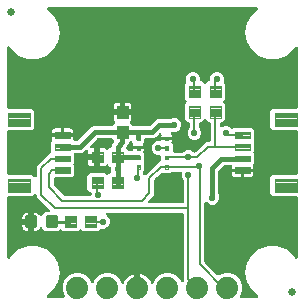
<source format=gtl>
G04 EAGLE Gerber RS-274X export*
G75*
%MOMM*%
%FSLAX34Y34*%
%LPD*%
%INTop Copper*%
%IPPOS*%
%AMOC8*
5,1,8,0,0,1.08239X$1,22.5*%
G01*
%ADD10C,0.635000*%
%ADD11C,0.096000*%
%ADD12C,0.102000*%
%ADD13C,0.100000*%
%ADD14C,0.300000*%
%ADD15C,1.879600*%
%ADD16C,0.406400*%
%ADD17C,0.558800*%
%ADD18C,0.554000*%
%ADD19C,0.203200*%
%ADD20C,0.254000*%

G36*
X215405Y4069D02*
X215405Y4069D01*
X215440Y4067D01*
X215562Y4089D01*
X215685Y4105D01*
X215718Y4118D01*
X215753Y4124D01*
X215865Y4176D01*
X215981Y4222D01*
X216009Y4242D01*
X216041Y4257D01*
X216138Y4336D01*
X216238Y4408D01*
X216261Y4436D01*
X216288Y4458D01*
X216361Y4558D01*
X216441Y4653D01*
X216456Y4685D01*
X216477Y4714D01*
X216523Y4829D01*
X216576Y4941D01*
X216583Y4976D01*
X216596Y5009D01*
X216613Y5132D01*
X216636Y5253D01*
X216634Y5289D01*
X216639Y5324D01*
X216624Y5447D01*
X216616Y5571D01*
X216605Y5605D01*
X216601Y5640D01*
X216556Y5756D01*
X216518Y5873D01*
X216499Y5903D01*
X216487Y5936D01*
X216414Y6037D01*
X216348Y6142D01*
X216322Y6166D01*
X216302Y6195D01*
X216185Y6306D01*
X211015Y10644D01*
X207029Y17549D01*
X205645Y25400D01*
X207029Y33251D01*
X211015Y40155D01*
X217122Y45280D01*
X224614Y48007D01*
X232586Y48007D01*
X240078Y45280D01*
X246185Y40156D01*
X247567Y37762D01*
X247655Y37646D01*
X247740Y37528D01*
X247751Y37519D01*
X247759Y37509D01*
X247873Y37418D01*
X247985Y37325D01*
X247998Y37319D01*
X248008Y37311D01*
X248142Y37251D01*
X248273Y37190D01*
X248286Y37187D01*
X248299Y37182D01*
X248443Y37157D01*
X248586Y37130D01*
X248599Y37131D01*
X248612Y37128D01*
X248758Y37141D01*
X248903Y37150D01*
X248916Y37154D01*
X248929Y37155D01*
X249067Y37203D01*
X249205Y37248D01*
X249217Y37255D01*
X249230Y37259D01*
X249351Y37340D01*
X249474Y37418D01*
X249483Y37428D01*
X249495Y37435D01*
X249592Y37543D01*
X249692Y37649D01*
X249699Y37661D01*
X249708Y37671D01*
X249775Y37801D01*
X249846Y37928D01*
X249849Y37941D01*
X249855Y37953D01*
X249889Y38095D01*
X249925Y38236D01*
X249926Y38254D01*
X249928Y38263D01*
X249928Y38280D01*
X249935Y38397D01*
X249935Y88682D01*
X249920Y88800D01*
X249913Y88919D01*
X249900Y88957D01*
X249895Y88998D01*
X249852Y89108D01*
X249815Y89221D01*
X249793Y89256D01*
X249778Y89293D01*
X249709Y89389D01*
X249645Y89490D01*
X249615Y89518D01*
X249592Y89551D01*
X249500Y89627D01*
X249413Y89708D01*
X249378Y89728D01*
X249347Y89753D01*
X249239Y89804D01*
X249135Y89862D01*
X249095Y89872D01*
X249059Y89889D01*
X248942Y89911D01*
X248827Y89941D01*
X248767Y89945D01*
X248747Y89949D01*
X248726Y89947D01*
X248666Y89951D01*
X228968Y89951D01*
X226901Y92018D01*
X226901Y105982D01*
X228968Y108049D01*
X248666Y108049D01*
X248784Y108064D01*
X248903Y108071D01*
X248941Y108084D01*
X248982Y108089D01*
X249092Y108132D01*
X249205Y108169D01*
X249240Y108191D01*
X249277Y108206D01*
X249373Y108275D01*
X249474Y108339D01*
X249502Y108369D01*
X249535Y108392D01*
X249611Y108484D01*
X249692Y108571D01*
X249712Y108606D01*
X249737Y108637D01*
X249788Y108745D01*
X249846Y108849D01*
X249856Y108889D01*
X249873Y108925D01*
X249895Y109042D01*
X249925Y109157D01*
X249929Y109217D01*
X249933Y109237D01*
X249931Y109258D01*
X249935Y109318D01*
X249935Y144682D01*
X249920Y144800D01*
X249913Y144919D01*
X249900Y144957D01*
X249895Y144998D01*
X249852Y145108D01*
X249815Y145221D01*
X249793Y145256D01*
X249778Y145293D01*
X249709Y145389D01*
X249645Y145490D01*
X249615Y145518D01*
X249592Y145551D01*
X249500Y145627D01*
X249413Y145708D01*
X249378Y145728D01*
X249347Y145753D01*
X249239Y145804D01*
X249135Y145862D01*
X249095Y145872D01*
X249059Y145889D01*
X248942Y145911D01*
X248827Y145941D01*
X248767Y145945D01*
X248747Y145949D01*
X248726Y145947D01*
X248666Y145951D01*
X228968Y145951D01*
X226901Y148018D01*
X226901Y161982D01*
X228968Y164049D01*
X248666Y164049D01*
X248784Y164064D01*
X248903Y164071D01*
X248941Y164084D01*
X248982Y164089D01*
X249092Y164132D01*
X249205Y164169D01*
X249240Y164191D01*
X249277Y164206D01*
X249373Y164275D01*
X249474Y164339D01*
X249502Y164369D01*
X249535Y164392D01*
X249611Y164484D01*
X249692Y164571D01*
X249712Y164606D01*
X249737Y164637D01*
X249788Y164745D01*
X249846Y164849D01*
X249856Y164889D01*
X249873Y164925D01*
X249895Y165042D01*
X249925Y165157D01*
X249929Y165217D01*
X249933Y165237D01*
X249931Y165258D01*
X249935Y165318D01*
X249935Y215603D01*
X249917Y215748D01*
X249902Y215893D01*
X249897Y215906D01*
X249895Y215919D01*
X249842Y216054D01*
X249791Y216191D01*
X249783Y216202D01*
X249778Y216215D01*
X249693Y216332D01*
X249610Y216452D01*
X249599Y216461D01*
X249592Y216472D01*
X249480Y216565D01*
X249369Y216660D01*
X249357Y216666D01*
X249347Y216675D01*
X249215Y216737D01*
X249084Y216802D01*
X249071Y216805D01*
X249059Y216810D01*
X248917Y216838D01*
X248773Y216868D01*
X248760Y216868D01*
X248747Y216870D01*
X248602Y216861D01*
X248456Y216855D01*
X248442Y216851D01*
X248429Y216850D01*
X248291Y216806D01*
X248151Y216763D01*
X248139Y216756D01*
X248127Y216752D01*
X248004Y216675D01*
X247879Y216599D01*
X247869Y216589D01*
X247858Y216582D01*
X247758Y216476D01*
X247656Y216372D01*
X247646Y216357D01*
X247640Y216351D01*
X247632Y216336D01*
X247567Y216238D01*
X246185Y213845D01*
X240078Y208720D01*
X232586Y205993D01*
X224614Y205993D01*
X217122Y208720D01*
X211015Y213844D01*
X207029Y220749D01*
X205645Y228600D01*
X207029Y236451D01*
X211015Y243355D01*
X216185Y247694D01*
X216209Y247720D01*
X216238Y247740D01*
X216317Y247836D01*
X216401Y247927D01*
X216418Y247958D01*
X216441Y247985D01*
X216494Y248098D01*
X216553Y248207D01*
X216561Y248241D01*
X216576Y248273D01*
X216599Y248395D01*
X216630Y248515D01*
X216629Y248551D01*
X216636Y248586D01*
X216628Y248709D01*
X216627Y248833D01*
X216618Y248868D01*
X216616Y248903D01*
X216578Y249021D01*
X216546Y249141D01*
X216529Y249172D01*
X216518Y249205D01*
X216452Y249310D01*
X216391Y249419D01*
X216367Y249444D01*
X216348Y249474D01*
X216258Y249559D01*
X216172Y249649D01*
X216142Y249668D01*
X216116Y249692D01*
X216008Y249752D01*
X215903Y249818D01*
X215869Y249829D01*
X215838Y249846D01*
X215718Y249877D01*
X215600Y249914D01*
X215564Y249916D01*
X215530Y249925D01*
X215369Y249935D01*
X38631Y249935D01*
X38595Y249931D01*
X38560Y249933D01*
X38438Y249911D01*
X38315Y249895D01*
X38282Y249882D01*
X38247Y249876D01*
X38135Y249824D01*
X38019Y249778D01*
X37991Y249758D01*
X37959Y249743D01*
X37862Y249664D01*
X37762Y249592D01*
X37739Y249564D01*
X37712Y249542D01*
X37639Y249442D01*
X37559Y249347D01*
X37544Y249315D01*
X37523Y249286D01*
X37477Y249171D01*
X37424Y249059D01*
X37417Y249024D01*
X37404Y248991D01*
X37387Y248868D01*
X37364Y248747D01*
X37366Y248711D01*
X37361Y248676D01*
X37376Y248553D01*
X37384Y248429D01*
X37395Y248395D01*
X37399Y248360D01*
X37444Y248244D01*
X37482Y248127D01*
X37501Y248097D01*
X37513Y248064D01*
X37586Y247963D01*
X37652Y247858D01*
X37678Y247834D01*
X37698Y247805D01*
X37815Y247694D01*
X42985Y243356D01*
X46971Y236451D01*
X48355Y228600D01*
X46971Y220749D01*
X42985Y213845D01*
X36878Y208720D01*
X29386Y205993D01*
X21414Y205993D01*
X13922Y208720D01*
X7815Y213844D01*
X6433Y216238D01*
X6345Y216354D01*
X6260Y216472D01*
X6249Y216481D01*
X6241Y216491D01*
X6127Y216582D01*
X6015Y216675D01*
X6002Y216681D01*
X5992Y216689D01*
X5858Y216749D01*
X5727Y216810D01*
X5714Y216813D01*
X5701Y216818D01*
X5557Y216843D01*
X5414Y216870D01*
X5401Y216869D01*
X5388Y216872D01*
X5242Y216859D01*
X5097Y216850D01*
X5084Y216846D01*
X5071Y216845D01*
X4933Y216797D01*
X4795Y216752D01*
X4783Y216745D01*
X4770Y216741D01*
X4649Y216660D01*
X4526Y216582D01*
X4517Y216572D01*
X4505Y216565D01*
X4408Y216457D01*
X4308Y216351D01*
X4301Y216339D01*
X4292Y216329D01*
X4225Y216199D01*
X4154Y216072D01*
X4151Y216059D01*
X4145Y216047D01*
X4111Y215905D01*
X4075Y215764D01*
X4074Y215746D01*
X4072Y215737D01*
X4072Y215720D01*
X4065Y215603D01*
X4065Y165318D01*
X4080Y165200D01*
X4087Y165081D01*
X4100Y165043D01*
X4105Y165002D01*
X4148Y164892D01*
X4185Y164779D01*
X4207Y164744D01*
X4222Y164707D01*
X4291Y164611D01*
X4355Y164510D01*
X4385Y164482D01*
X4408Y164449D01*
X4500Y164373D01*
X4587Y164292D01*
X4622Y164272D01*
X4653Y164247D01*
X4761Y164196D01*
X4865Y164138D01*
X4905Y164128D01*
X4941Y164111D01*
X5058Y164089D01*
X5173Y164059D01*
X5233Y164055D01*
X5253Y164051D01*
X5274Y164053D01*
X5334Y164049D01*
X25032Y164049D01*
X27099Y161982D01*
X27099Y148018D01*
X25032Y145951D01*
X5334Y145951D01*
X5216Y145936D01*
X5097Y145929D01*
X5059Y145916D01*
X5018Y145911D01*
X4908Y145868D01*
X4795Y145831D01*
X4760Y145809D01*
X4723Y145794D01*
X4627Y145725D01*
X4526Y145661D01*
X4498Y145631D01*
X4465Y145608D01*
X4389Y145516D01*
X4308Y145429D01*
X4288Y145394D01*
X4263Y145363D01*
X4212Y145255D01*
X4154Y145151D01*
X4144Y145111D01*
X4127Y145075D01*
X4105Y144958D01*
X4075Y144843D01*
X4071Y144783D01*
X4067Y144763D01*
X4069Y144742D01*
X4065Y144682D01*
X4065Y109318D01*
X4080Y109200D01*
X4087Y109081D01*
X4100Y109043D01*
X4105Y109002D01*
X4148Y108892D01*
X4185Y108779D01*
X4207Y108744D01*
X4222Y108707D01*
X4291Y108611D01*
X4355Y108510D01*
X4385Y108482D01*
X4408Y108449D01*
X4500Y108373D01*
X4587Y108292D01*
X4622Y108272D01*
X4653Y108247D01*
X4761Y108196D01*
X4865Y108138D01*
X4905Y108128D01*
X4941Y108111D01*
X5058Y108089D01*
X5173Y108059D01*
X5233Y108055D01*
X5253Y108051D01*
X5274Y108053D01*
X5334Y108049D01*
X25032Y108049D01*
X26789Y106292D01*
X26898Y106207D01*
X27005Y106118D01*
X27024Y106109D01*
X27040Y106097D01*
X27168Y106041D01*
X27293Y105982D01*
X27313Y105979D01*
X27332Y105971D01*
X27470Y105949D01*
X27606Y105923D01*
X27626Y105924D01*
X27646Y105921D01*
X27785Y105934D01*
X27923Y105942D01*
X27942Y105949D01*
X27962Y105951D01*
X28094Y105998D01*
X28225Y106040D01*
X28243Y106051D01*
X28262Y106058D01*
X28377Y106136D01*
X28494Y106211D01*
X28508Y106225D01*
X28525Y106237D01*
X28617Y106341D01*
X28712Y106442D01*
X28722Y106460D01*
X28735Y106475D01*
X28799Y106599D01*
X28866Y106721D01*
X28871Y106740D01*
X28880Y106758D01*
X28910Y106894D01*
X28945Y107029D01*
X28947Y107057D01*
X28950Y107069D01*
X28949Y107089D01*
X28955Y107189D01*
X28955Y115984D01*
X39036Y126065D01*
X39908Y126065D01*
X40046Y126082D01*
X40185Y126095D01*
X40204Y126102D01*
X40224Y126105D01*
X40353Y126156D01*
X40484Y126203D01*
X40501Y126214D01*
X40519Y126222D01*
X40632Y126303D01*
X40747Y126381D01*
X40760Y126397D01*
X40777Y126408D01*
X40866Y126516D01*
X40958Y126620D01*
X40967Y126638D01*
X40980Y126653D01*
X41039Y126779D01*
X41102Y126903D01*
X41107Y126923D01*
X41115Y126941D01*
X41141Y127078D01*
X41172Y127213D01*
X41171Y127234D01*
X41175Y127253D01*
X41166Y127392D01*
X41162Y127531D01*
X41156Y127551D01*
X41155Y127571D01*
X41112Y127703D01*
X41074Y127837D01*
X41063Y127854D01*
X41057Y127873D01*
X41001Y127962D01*
X41001Y135964D01*
X41633Y136596D01*
X41702Y136685D01*
X41777Y136768D01*
X41799Y136810D01*
X41828Y136847D01*
X41873Y136950D01*
X41925Y137050D01*
X41936Y137096D01*
X41955Y137139D01*
X41972Y137250D01*
X41998Y137360D01*
X41997Y137407D01*
X42004Y137453D01*
X41994Y137565D01*
X41992Y137678D01*
X41979Y137723D01*
X41975Y137770D01*
X41937Y137876D01*
X41907Y137984D01*
X41874Y138049D01*
X41867Y138069D01*
X41857Y138084D01*
X41835Y138128D01*
X41717Y138332D01*
X41509Y139108D01*
X41509Y140501D01*
X50570Y140501D01*
X50688Y140516D01*
X50807Y140523D01*
X50814Y140525D01*
X50870Y140511D01*
X50930Y140507D01*
X50950Y140503D01*
X50970Y140505D01*
X51030Y140501D01*
X60091Y140501D01*
X60091Y139108D01*
X59976Y138679D01*
X59958Y138554D01*
X59935Y138430D01*
X59937Y138397D01*
X59932Y138363D01*
X59947Y138238D01*
X59955Y138113D01*
X59965Y138081D01*
X59969Y138048D01*
X60014Y137930D01*
X60053Y137811D01*
X60071Y137782D01*
X60083Y137751D01*
X60155Y137648D01*
X60223Y137542D01*
X60247Y137519D01*
X60267Y137491D01*
X60363Y137410D01*
X60454Y137324D01*
X60484Y137308D01*
X60510Y137286D01*
X60623Y137231D01*
X60733Y137170D01*
X60766Y137162D01*
X60796Y137147D01*
X60919Y137122D01*
X61041Y137091D01*
X61090Y137088D01*
X61108Y137084D01*
X61129Y137085D01*
X61202Y137081D01*
X63330Y137081D01*
X63428Y137093D01*
X63527Y137096D01*
X63585Y137113D01*
X63645Y137121D01*
X63737Y137157D01*
X63832Y137185D01*
X63885Y137215D01*
X63941Y137238D01*
X64021Y137296D01*
X64106Y137346D01*
X64182Y137412D01*
X64198Y137424D01*
X64206Y137434D01*
X64227Y137452D01*
X75372Y148597D01*
X77239Y149371D01*
X92282Y149371D01*
X92400Y149386D01*
X92519Y149393D01*
X92557Y149406D01*
X92598Y149411D01*
X92708Y149454D01*
X92821Y149491D01*
X92856Y149513D01*
X92893Y149528D01*
X92989Y149597D01*
X93090Y149661D01*
X93118Y149691D01*
X93151Y149714D01*
X93227Y149806D01*
X93308Y149893D01*
X93328Y149928D01*
X93353Y149959D01*
X93404Y150067D01*
X93462Y150171D01*
X93472Y150211D01*
X93489Y150247D01*
X93511Y150364D01*
X93541Y150479D01*
X93545Y150539D01*
X93549Y150559D01*
X93547Y150580D01*
X93551Y150640D01*
X93551Y150760D01*
X95043Y152252D01*
X95116Y152346D01*
X95195Y152435D01*
X95213Y152471D01*
X95238Y152503D01*
X95285Y152612D01*
X95339Y152718D01*
X95348Y152758D01*
X95364Y152795D01*
X95383Y152913D01*
X95409Y153029D01*
X95408Y153069D01*
X95414Y153109D01*
X95403Y153228D01*
X95399Y153346D01*
X95388Y153385D01*
X95384Y153426D01*
X95344Y153538D01*
X95311Y153652D01*
X95290Y153687D01*
X95277Y153725D01*
X95210Y153823D01*
X95149Y153926D01*
X95110Y153971D01*
X95098Y153988D01*
X95083Y154001D01*
X95043Y154047D01*
X94667Y154423D01*
X94266Y155116D01*
X94059Y155890D01*
X94059Y158791D01*
X100370Y158791D01*
X100488Y158806D01*
X100607Y158813D01*
X100645Y158825D01*
X100685Y158831D01*
X100796Y158874D01*
X100909Y158911D01*
X100943Y158933D01*
X100981Y158948D01*
X101077Y159017D01*
X101178Y159081D01*
X101206Y159111D01*
X101238Y159134D01*
X101314Y159226D01*
X101396Y159313D01*
X101415Y159348D01*
X101441Y159379D01*
X101492Y159487D01*
X101549Y159591D01*
X101559Y159631D01*
X101577Y159667D01*
X101597Y159774D01*
X101601Y159744D01*
X101645Y159634D01*
X101681Y159521D01*
X101703Y159486D01*
X101718Y159449D01*
X101788Y159352D01*
X101851Y159252D01*
X101881Y159224D01*
X101905Y159191D01*
X101996Y159115D01*
X102083Y159034D01*
X102118Y159014D01*
X102150Y158989D01*
X102257Y158938D01*
X102362Y158880D01*
X102401Y158870D01*
X102437Y158853D01*
X102554Y158831D01*
X102670Y158801D01*
X102730Y158797D01*
X102750Y158793D01*
X102770Y158795D01*
X102830Y158791D01*
X109141Y158791D01*
X109141Y155890D01*
X108934Y155116D01*
X108533Y154423D01*
X108157Y154047D01*
X108084Y153953D01*
X108005Y153863D01*
X107987Y153827D01*
X107962Y153795D01*
X107915Y153686D01*
X107861Y153580D01*
X107852Y153541D01*
X107836Y153504D01*
X107817Y153386D01*
X107791Y153270D01*
X107792Y153230D01*
X107786Y153190D01*
X107797Y153071D01*
X107801Y152952D01*
X107812Y152913D01*
X107816Y152873D01*
X107856Y152761D01*
X107889Y152646D01*
X107910Y152612D01*
X107923Y152574D01*
X107990Y152475D01*
X108051Y152373D01*
X108090Y152327D01*
X108102Y152310D01*
X108117Y152297D01*
X108157Y152252D01*
X109649Y150760D01*
X109649Y150640D01*
X109664Y150522D01*
X109671Y150403D01*
X109684Y150365D01*
X109689Y150324D01*
X109732Y150214D01*
X109769Y150101D01*
X109791Y150066D01*
X109806Y150029D01*
X109875Y149933D01*
X109939Y149832D01*
X109969Y149804D01*
X109992Y149771D01*
X110084Y149695D01*
X110171Y149614D01*
X110206Y149594D01*
X110237Y149569D01*
X110345Y149518D01*
X110449Y149460D01*
X110489Y149450D01*
X110525Y149433D01*
X110642Y149411D01*
X110757Y149381D01*
X110817Y149377D01*
X110837Y149373D01*
X110858Y149375D01*
X110918Y149371D01*
X124100Y149371D01*
X124198Y149383D01*
X124297Y149386D01*
X124355Y149403D01*
X124416Y149411D01*
X124508Y149447D01*
X124603Y149475D01*
X124655Y149505D01*
X124711Y149528D01*
X124791Y149586D01*
X124877Y149636D01*
X124952Y149702D01*
X124969Y149714D01*
X124976Y149724D01*
X124997Y149742D01*
X130057Y154802D01*
X131925Y155576D01*
X142161Y155576D01*
X142170Y155577D01*
X142179Y155576D01*
X142328Y155597D01*
X142476Y155616D01*
X142485Y155619D01*
X142494Y155620D01*
X142646Y155672D01*
X144253Y156338D01*
X146577Y156338D01*
X148725Y155448D01*
X150368Y153805D01*
X151258Y151657D01*
X151258Y149333D01*
X150368Y147185D01*
X148725Y145542D01*
X146577Y144652D01*
X144253Y144652D01*
X143994Y144759D01*
X143927Y144778D01*
X143863Y144806D01*
X143774Y144820D01*
X143688Y144843D01*
X143618Y144844D01*
X143549Y144855D01*
X143459Y144847D01*
X143370Y144848D01*
X143302Y144832D01*
X143232Y144826D01*
X143148Y144795D01*
X143060Y144774D01*
X142999Y144742D01*
X142933Y144718D01*
X142859Y144668D01*
X142779Y144626D01*
X142727Y144579D01*
X142670Y144539D01*
X142610Y144472D01*
X142544Y144412D01*
X142505Y144353D01*
X142459Y144301D01*
X142418Y144221D01*
X142369Y144146D01*
X142346Y144080D01*
X142315Y144018D01*
X142295Y143930D01*
X142266Y143845D01*
X142260Y143775D01*
X142245Y143707D01*
X142248Y143618D01*
X142241Y143528D01*
X142253Y143459D01*
X142255Y143390D01*
X142280Y143303D01*
X142295Y143215D01*
X142324Y143151D01*
X142343Y143084D01*
X142389Y143007D01*
X142426Y142925D01*
X142469Y142870D01*
X142505Y142810D01*
X142611Y142689D01*
X142933Y142367D01*
X143334Y141674D01*
X143541Y140900D01*
X143541Y140269D01*
X139000Y140269D01*
X134459Y140269D01*
X134459Y140900D01*
X134673Y141698D01*
X134693Y141842D01*
X134716Y141986D01*
X134714Y142000D01*
X134716Y142013D01*
X134700Y142158D01*
X134686Y142303D01*
X134681Y142316D01*
X134680Y142329D01*
X134628Y142465D01*
X134578Y142602D01*
X134571Y142613D01*
X134566Y142626D01*
X134481Y142745D01*
X134400Y142865D01*
X134389Y142874D01*
X134382Y142885D01*
X134270Y142979D01*
X134161Y143076D01*
X134149Y143082D01*
X134139Y143091D01*
X134008Y143154D01*
X133878Y143220D01*
X133865Y143223D01*
X133853Y143229D01*
X133710Y143258D01*
X133568Y143290D01*
X133554Y143290D01*
X133541Y143292D01*
X133396Y143285D01*
X133250Y143280D01*
X133237Y143277D01*
X133223Y143276D01*
X133084Y143232D01*
X132944Y143192D01*
X132933Y143185D01*
X132920Y143181D01*
X132795Y143104D01*
X132670Y143030D01*
X132657Y143018D01*
X132649Y143014D01*
X132637Y143001D01*
X132550Y142924D01*
X129608Y139983D01*
X127741Y139209D01*
X121350Y139209D01*
X121232Y139194D01*
X121113Y139187D01*
X121075Y139174D01*
X121034Y139169D01*
X120924Y139126D01*
X120811Y139089D01*
X120776Y139067D01*
X120739Y139052D01*
X120643Y138983D01*
X120542Y138919D01*
X120514Y138889D01*
X120481Y138866D01*
X120405Y138774D01*
X120324Y138687D01*
X120304Y138652D01*
X120279Y138621D01*
X120228Y138513D01*
X120170Y138409D01*
X120160Y138369D01*
X120143Y138333D01*
X120121Y138216D01*
X120091Y138101D01*
X120087Y138041D01*
X120083Y138021D01*
X120085Y138000D01*
X120081Y137940D01*
X120081Y137909D01*
X120061Y137839D01*
X120061Y137829D01*
X120059Y137820D01*
X120049Y137660D01*
X120049Y136030D01*
X119421Y135403D01*
X119353Y135314D01*
X119277Y135231D01*
X119255Y135189D01*
X119227Y135152D01*
X119182Y135049D01*
X119130Y134949D01*
X119119Y134903D01*
X119100Y134860D01*
X119083Y134749D01*
X119057Y134639D01*
X119058Y134592D01*
X119050Y134546D01*
X119061Y134434D01*
X119063Y134321D01*
X119076Y134276D01*
X119080Y134229D01*
X119118Y134123D01*
X119148Y134015D01*
X119180Y133950D01*
X119188Y133930D01*
X119198Y133915D01*
X119220Y133871D01*
X119334Y133674D01*
X119541Y132900D01*
X119541Y132269D01*
X115000Y132269D01*
X110459Y132269D01*
X110459Y132900D01*
X110666Y133674D01*
X110780Y133871D01*
X110824Y133974D01*
X110875Y134074D01*
X110885Y134120D01*
X110903Y134164D01*
X110920Y134275D01*
X110945Y134385D01*
X110943Y134432D01*
X110950Y134478D01*
X110938Y134590D01*
X110935Y134703D01*
X110922Y134748D01*
X110917Y134795D01*
X110878Y134900D01*
X110846Y135008D01*
X110823Y135049D01*
X110806Y135093D01*
X110742Y135185D01*
X110685Y135282D01*
X110637Y135336D01*
X110625Y135354D01*
X110611Y135366D01*
X110579Y135403D01*
X109803Y136179D01*
X109708Y136252D01*
X109619Y136331D01*
X109583Y136349D01*
X109551Y136374D01*
X109442Y136421D01*
X109336Y136475D01*
X109297Y136484D01*
X109259Y136500D01*
X109142Y136519D01*
X109026Y136545D01*
X108985Y136544D01*
X108945Y136550D01*
X108827Y136539D01*
X108708Y136535D01*
X108669Y136524D01*
X108629Y136520D01*
X108516Y136480D01*
X108402Y136447D01*
X108368Y136426D01*
X108329Y136413D01*
X108231Y136346D01*
X108128Y136285D01*
X108083Y136245D01*
X108066Y136234D01*
X108053Y136219D01*
X108008Y136179D01*
X107514Y135686D01*
X107395Y135632D01*
X107275Y135584D01*
X107251Y135567D01*
X107224Y135555D01*
X107122Y135474D01*
X107017Y135398D01*
X106998Y135375D01*
X106975Y135356D01*
X106897Y135253D01*
X106814Y135153D01*
X106802Y135126D01*
X106784Y135102D01*
X106713Y134958D01*
X105907Y133012D01*
X104899Y132004D01*
X104827Y131910D01*
X104748Y131821D01*
X104729Y131785D01*
X104705Y131753D01*
X104657Y131644D01*
X104603Y131538D01*
X104594Y131498D01*
X104578Y131461D01*
X104559Y131343D01*
X104533Y131227D01*
X104535Y131187D01*
X104528Y131147D01*
X104539Y131028D01*
X104543Y130909D01*
X104554Y130871D01*
X104558Y130830D01*
X104598Y130718D01*
X104631Y130604D01*
X104652Y130569D01*
X104666Y130531D01*
X104733Y130432D01*
X104793Y130330D01*
X104833Y130285D01*
X104844Y130268D01*
X104860Y130254D01*
X104899Y130209D01*
X105969Y129139D01*
X105971Y129113D01*
X105984Y129075D01*
X105989Y129034D01*
X106032Y128924D01*
X106069Y128811D01*
X106091Y128776D01*
X106106Y128739D01*
X106175Y128643D01*
X106239Y128542D01*
X106269Y128514D01*
X106292Y128481D01*
X106384Y128405D01*
X106471Y128324D01*
X106506Y128304D01*
X106537Y128279D01*
X106645Y128228D01*
X106749Y128170D01*
X106789Y128160D01*
X106825Y128143D01*
X106942Y128121D01*
X107057Y128091D01*
X107117Y128087D01*
X107137Y128083D01*
X107158Y128085D01*
X107218Y128081D01*
X109190Y128081D01*
X109308Y128096D01*
X109427Y128103D01*
X109465Y128116D01*
X109506Y128121D01*
X109616Y128164D01*
X109729Y128201D01*
X109764Y128223D01*
X109801Y128238D01*
X109897Y128307D01*
X109998Y128371D01*
X110026Y128401D01*
X110059Y128424D01*
X110135Y128516D01*
X110216Y128603D01*
X110236Y128638D01*
X110261Y128669D01*
X110312Y128777D01*
X110370Y128881D01*
X110380Y128921D01*
X110397Y128957D01*
X110419Y129074D01*
X110449Y129189D01*
X110453Y129249D01*
X110457Y129269D01*
X110455Y129290D01*
X110459Y129350D01*
X110459Y129731D01*
X115000Y129731D01*
X119541Y129731D01*
X119541Y129100D01*
X119334Y128326D01*
X119220Y128129D01*
X119176Y128026D01*
X119125Y127926D01*
X119115Y127880D01*
X119097Y127836D01*
X119080Y127725D01*
X119055Y127615D01*
X119057Y127568D01*
X119050Y127522D01*
X119062Y127410D01*
X119065Y127297D01*
X119078Y127252D01*
X119083Y127205D01*
X119122Y127100D01*
X119154Y126992D01*
X119177Y126951D01*
X119194Y126907D01*
X119258Y126815D01*
X119315Y126718D01*
X119363Y126664D01*
X119375Y126646D01*
X119389Y126634D01*
X119421Y126597D01*
X120049Y125970D01*
X120049Y124340D01*
X120050Y124331D01*
X120049Y124322D01*
X120070Y124174D01*
X120081Y124087D01*
X120081Y121909D01*
X120061Y121838D01*
X120061Y121829D01*
X120059Y121820D01*
X120049Y121660D01*
X120049Y120030D01*
X119916Y119897D01*
X119843Y119803D01*
X119764Y119714D01*
X119746Y119678D01*
X119721Y119646D01*
X119674Y119537D01*
X119620Y119431D01*
X119611Y119391D01*
X119595Y119354D01*
X119576Y119237D01*
X119550Y119121D01*
X119551Y119080D01*
X119545Y119040D01*
X119556Y118921D01*
X119560Y118803D01*
X119571Y118764D01*
X119575Y118724D01*
X119615Y118611D01*
X119648Y118497D01*
X119669Y118462D01*
X119682Y118424D01*
X119749Y118326D01*
X119810Y118223D01*
X119850Y118178D01*
X119861Y118161D01*
X119876Y118148D01*
X119916Y118102D01*
X120049Y117970D01*
X120049Y112030D01*
X119437Y111418D01*
X119376Y111340D01*
X119308Y111267D01*
X119279Y111214D01*
X119242Y111167D01*
X119202Y111076D01*
X119154Y110989D01*
X119139Y110930D01*
X119115Y110875D01*
X119100Y110777D01*
X119075Y110681D01*
X119069Y110581D01*
X119065Y110561D01*
X119067Y110548D01*
X119065Y110520D01*
X119065Y109427D01*
X119066Y109418D01*
X119065Y109409D01*
X119086Y109260D01*
X119090Y109228D01*
X119093Y109176D01*
X119099Y109159D01*
X119105Y109112D01*
X119108Y109103D01*
X119109Y109094D01*
X119161Y108941D01*
X119337Y108517D01*
X119362Y108474D01*
X119378Y108427D01*
X119440Y108336D01*
X119495Y108241D01*
X119529Y108205D01*
X119557Y108164D01*
X119640Y108091D01*
X119716Y108013D01*
X119758Y107987D01*
X119795Y107954D01*
X119893Y107904D01*
X119987Y107846D01*
X120034Y107832D01*
X120079Y107809D01*
X120186Y107785D01*
X120291Y107753D01*
X120341Y107750D01*
X120389Y107740D01*
X120499Y107743D01*
X120609Y107738D01*
X120657Y107748D01*
X120707Y107749D01*
X120812Y107780D01*
X120920Y107802D01*
X120965Y107824D01*
X121012Y107838D01*
X121107Y107893D01*
X121206Y107942D01*
X121244Y107974D01*
X121286Y107999D01*
X121407Y108106D01*
X132366Y119065D01*
X132682Y119065D01*
X132800Y119080D01*
X132919Y119087D01*
X132957Y119100D01*
X132998Y119105D01*
X133108Y119148D01*
X133221Y119185D01*
X133256Y119207D01*
X133293Y119222D01*
X133389Y119291D01*
X133490Y119355D01*
X133518Y119385D01*
X133551Y119408D01*
X133627Y119500D01*
X133708Y119587D01*
X133728Y119622D01*
X133753Y119653D01*
X133804Y119761D01*
X133862Y119865D01*
X133872Y119905D01*
X133889Y119941D01*
X133911Y120058D01*
X133941Y120173D01*
X133945Y120233D01*
X133949Y120253D01*
X133947Y120274D01*
X133951Y120334D01*
X133951Y123698D01*
X133936Y123816D01*
X133929Y123935D01*
X133916Y123973D01*
X133911Y124014D01*
X133868Y124124D01*
X133831Y124237D01*
X133809Y124272D01*
X133794Y124309D01*
X133725Y124405D01*
X133661Y124506D01*
X133631Y124534D01*
X133608Y124567D01*
X133516Y124643D01*
X133429Y124724D01*
X133394Y124744D01*
X133363Y124769D01*
X133255Y124820D01*
X133151Y124878D01*
X133111Y124888D01*
X133075Y124905D01*
X132958Y124927D01*
X132843Y124957D01*
X132783Y124961D01*
X132763Y124965D01*
X132742Y124963D01*
X132682Y124967D01*
X130918Y124967D01*
X128770Y125857D01*
X127127Y127500D01*
X126237Y129648D01*
X126237Y131972D01*
X127127Y134120D01*
X128770Y135763D01*
X130918Y136653D01*
X133190Y136653D01*
X133308Y136668D01*
X133427Y136675D01*
X133465Y136688D01*
X133506Y136693D01*
X133616Y136736D01*
X133729Y136773D01*
X133764Y136795D01*
X133801Y136810D01*
X133897Y136879D01*
X133998Y136943D01*
X134026Y136973D01*
X134059Y136996D01*
X134134Y137088D01*
X134216Y137175D01*
X134236Y137210D01*
X134261Y137241D01*
X134312Y137349D01*
X134370Y137453D01*
X134380Y137493D01*
X134397Y137529D01*
X134419Y137646D01*
X134441Y137731D01*
X139000Y137731D01*
X143541Y137731D01*
X143541Y137100D01*
X143334Y136326D01*
X143220Y136129D01*
X143176Y136026D01*
X143125Y135926D01*
X143115Y135880D01*
X143097Y135836D01*
X143080Y135725D01*
X143055Y135615D01*
X143057Y135568D01*
X143050Y135522D01*
X143062Y135410D01*
X143065Y135297D01*
X143078Y135252D01*
X143083Y135205D01*
X143122Y135100D01*
X143154Y134992D01*
X143177Y134951D01*
X143194Y134907D01*
X143258Y134815D01*
X143315Y134718D01*
X143363Y134664D01*
X143375Y134646D01*
X143389Y134634D01*
X143421Y134597D01*
X144049Y133970D01*
X144049Y128334D01*
X144064Y128216D01*
X144071Y128097D01*
X144084Y128059D01*
X144089Y128018D01*
X144132Y127908D01*
X144169Y127795D01*
X144191Y127760D01*
X144206Y127723D01*
X144275Y127627D01*
X144339Y127526D01*
X144369Y127498D01*
X144392Y127465D01*
X144484Y127389D01*
X144571Y127308D01*
X144606Y127288D01*
X144637Y127263D01*
X144745Y127212D01*
X144849Y127154D01*
X144889Y127144D01*
X144925Y127127D01*
X145042Y127105D01*
X145157Y127075D01*
X145217Y127071D01*
X145237Y127067D01*
X145258Y127069D01*
X145318Y127065D01*
X152756Y127065D01*
X152854Y127077D01*
X152953Y127080D01*
X153012Y127097D01*
X153072Y127105D01*
X153164Y127141D01*
X153259Y127169D01*
X153311Y127199D01*
X153367Y127222D01*
X153447Y127280D01*
X153533Y127330D01*
X153608Y127396D01*
X153625Y127408D01*
X153632Y127418D01*
X153654Y127436D01*
X154170Y127953D01*
X156318Y128843D01*
X158642Y128843D01*
X160790Y127953D01*
X161306Y127436D01*
X161385Y127376D01*
X161457Y127308D01*
X161510Y127279D01*
X161558Y127242D01*
X161649Y127202D01*
X161735Y127154D01*
X161794Y127139D01*
X161850Y127115D01*
X161947Y127100D01*
X162043Y127075D01*
X162143Y127069D01*
X162164Y127065D01*
X162176Y127067D01*
X162204Y127065D01*
X162701Y127065D01*
X162799Y127077D01*
X162898Y127080D01*
X162956Y127097D01*
X163016Y127105D01*
X163108Y127141D01*
X163203Y127169D01*
X163255Y127199D01*
X163312Y127222D01*
X163392Y127280D01*
X163477Y127330D01*
X163553Y127396D01*
X163569Y127408D01*
X163577Y127418D01*
X163598Y127436D01*
X172306Y136145D01*
X175006Y136145D01*
X175124Y136160D01*
X175243Y136167D01*
X175281Y136180D01*
X175322Y136185D01*
X175432Y136228D01*
X175545Y136265D01*
X175580Y136287D01*
X175617Y136302D01*
X175713Y136371D01*
X175814Y136435D01*
X175842Y136465D01*
X175875Y136488D01*
X175951Y136580D01*
X176032Y136667D01*
X176052Y136702D01*
X176077Y136733D01*
X176128Y136841D01*
X176186Y136945D01*
X176196Y136985D01*
X176213Y137021D01*
X176235Y137138D01*
X176265Y137253D01*
X176269Y137313D01*
X176273Y137333D01*
X176271Y137354D01*
X176275Y137414D01*
X176275Y151862D01*
X176260Y151980D01*
X176253Y152099D01*
X176240Y152137D01*
X176235Y152178D01*
X176192Y152288D01*
X176155Y152401D01*
X176133Y152436D01*
X176118Y152473D01*
X176049Y152569D01*
X175985Y152670D01*
X175955Y152698D01*
X175932Y152731D01*
X175840Y152807D01*
X175753Y152888D01*
X175718Y152908D01*
X175687Y152933D01*
X175579Y152984D01*
X175475Y153042D01*
X175435Y153052D01*
X175399Y153069D01*
X175282Y153091D01*
X175167Y153121D01*
X175107Y153125D01*
X175087Y153129D01*
X175066Y153127D01*
X175006Y153131D01*
X174370Y153131D01*
X172348Y155154D01*
X172253Y155227D01*
X172164Y155306D01*
X172128Y155324D01*
X172096Y155349D01*
X171987Y155396D01*
X171881Y155450D01*
X171842Y155459D01*
X171804Y155475D01*
X171687Y155494D01*
X171571Y155520D01*
X171530Y155519D01*
X171490Y155525D01*
X171372Y155514D01*
X171253Y155510D01*
X171214Y155499D01*
X171174Y155495D01*
X171061Y155455D01*
X170947Y155422D01*
X170913Y155401D01*
X170874Y155388D01*
X170776Y155321D01*
X170673Y155260D01*
X170628Y155220D01*
X170611Y155209D01*
X170598Y155194D01*
X170553Y155154D01*
X168530Y153131D01*
X167894Y153131D01*
X167776Y153116D01*
X167657Y153109D01*
X167619Y153096D01*
X167578Y153091D01*
X167468Y153048D01*
X167355Y153011D01*
X167320Y152989D01*
X167283Y152974D01*
X167187Y152905D01*
X167086Y152841D01*
X167058Y152811D01*
X167025Y152788D01*
X166949Y152696D01*
X166868Y152609D01*
X166848Y152574D01*
X166823Y152543D01*
X166772Y152435D01*
X166714Y152331D01*
X166704Y152291D01*
X166687Y152255D01*
X166665Y152138D01*
X166635Y152023D01*
X166631Y151963D01*
X166627Y151943D01*
X166629Y151922D01*
X166625Y151862D01*
X166625Y148234D01*
X166637Y148136D01*
X166640Y148037D01*
X166657Y147978D01*
X166665Y147918D01*
X166701Y147826D01*
X166729Y147731D01*
X166759Y147679D01*
X166782Y147623D01*
X166840Y147543D01*
X166890Y147457D01*
X166956Y147382D01*
X166968Y147365D01*
X166978Y147358D01*
X166996Y147336D01*
X167513Y146820D01*
X168403Y144672D01*
X168403Y142348D01*
X167513Y140200D01*
X165870Y138557D01*
X163722Y137667D01*
X161398Y137667D01*
X159250Y138557D01*
X157607Y140200D01*
X156717Y142348D01*
X156717Y144672D01*
X157607Y146820D01*
X158124Y147336D01*
X158184Y147415D01*
X158252Y147487D01*
X158281Y147540D01*
X158318Y147588D01*
X158358Y147679D01*
X158406Y147765D01*
X158421Y147824D01*
X158445Y147880D01*
X158460Y147977D01*
X158485Y148073D01*
X158491Y148173D01*
X158495Y148194D01*
X158493Y148206D01*
X158495Y148234D01*
X158495Y151862D01*
X158480Y151980D01*
X158473Y152099D01*
X158460Y152137D01*
X158455Y152178D01*
X158412Y152288D01*
X158375Y152401D01*
X158353Y152436D01*
X158338Y152473D01*
X158269Y152569D01*
X158205Y152670D01*
X158175Y152698D01*
X158152Y152731D01*
X158060Y152807D01*
X157973Y152888D01*
X157938Y152908D01*
X157907Y152933D01*
X157799Y152984D01*
X157695Y153042D01*
X157655Y153052D01*
X157619Y153069D01*
X157502Y153091D01*
X157387Y153121D01*
X157327Y153125D01*
X157307Y153129D01*
X157286Y153127D01*
X157226Y153131D01*
X156590Y153131D01*
X154511Y155210D01*
X154511Y168150D01*
X155644Y169282D01*
X155717Y169377D01*
X155796Y169466D01*
X155814Y169502D01*
X155839Y169534D01*
X155886Y169643D01*
X155940Y169749D01*
X155949Y169788D01*
X155965Y169826D01*
X155984Y169943D01*
X156010Y170059D01*
X156009Y170100D01*
X156015Y170140D01*
X156004Y170258D01*
X156000Y170377D01*
X155989Y170416D01*
X155985Y170456D01*
X155945Y170569D01*
X155912Y170683D01*
X155891Y170717D01*
X155878Y170756D01*
X155811Y170854D01*
X155750Y170957D01*
X155710Y171002D01*
X155699Y171019D01*
X155684Y171032D01*
X155644Y171077D01*
X154511Y172210D01*
X154511Y185150D01*
X155428Y186067D01*
X155446Y186090D01*
X155469Y186109D01*
X155543Y186215D01*
X155623Y186318D01*
X155635Y186345D01*
X155652Y186369D01*
X155698Y186491D01*
X155749Y186610D01*
X155754Y186639D01*
X155764Y186667D01*
X155779Y186796D01*
X155799Y186924D01*
X155796Y186953D01*
X155800Y186983D01*
X155782Y187111D01*
X155769Y187241D01*
X155759Y187268D01*
X155755Y187298D01*
X155703Y187450D01*
X155447Y188068D01*
X155447Y190392D01*
X156337Y192540D01*
X157980Y194183D01*
X160128Y195073D01*
X162452Y195073D01*
X164600Y194183D01*
X166243Y192540D01*
X167133Y190392D01*
X167133Y188498D01*
X167148Y188380D01*
X167155Y188261D01*
X167168Y188223D01*
X167173Y188182D01*
X167216Y188072D01*
X167253Y187959D01*
X167275Y187924D01*
X167290Y187887D01*
X167359Y187791D01*
X167423Y187690D01*
X167453Y187662D01*
X167476Y187629D01*
X167568Y187553D01*
X167655Y187472D01*
X167690Y187452D01*
X167721Y187427D01*
X167829Y187376D01*
X167933Y187318D01*
X167973Y187308D01*
X168009Y187291D01*
X168126Y187269D01*
X168241Y187239D01*
X168301Y187235D01*
X168321Y187231D01*
X168342Y187233D01*
X168402Y187229D01*
X168530Y187229D01*
X170553Y185206D01*
X170647Y185133D01*
X170736Y185054D01*
X170772Y185036D01*
X170804Y185011D01*
X170913Y184964D01*
X171019Y184910D01*
X171058Y184901D01*
X171096Y184885D01*
X171213Y184866D01*
X171329Y184840D01*
X171370Y184841D01*
X171410Y184835D01*
X171528Y184846D01*
X171647Y184850D01*
X171686Y184861D01*
X171726Y184865D01*
X171838Y184905D01*
X171953Y184938D01*
X171988Y184959D01*
X172026Y184972D01*
X172124Y185039D01*
X172227Y185100D01*
X172272Y185140D01*
X172289Y185151D01*
X172302Y185166D01*
X172348Y185206D01*
X174370Y187229D01*
X174498Y187229D01*
X174616Y187244D01*
X174735Y187251D01*
X174773Y187264D01*
X174814Y187269D01*
X174924Y187312D01*
X175037Y187349D01*
X175072Y187371D01*
X175109Y187386D01*
X175205Y187455D01*
X175306Y187519D01*
X175334Y187549D01*
X175367Y187572D01*
X175443Y187664D01*
X175524Y187751D01*
X175544Y187786D01*
X175569Y187817D01*
X175620Y187925D01*
X175678Y188029D01*
X175688Y188069D01*
X175705Y188105D01*
X175727Y188222D01*
X175757Y188337D01*
X175761Y188397D01*
X175765Y188417D01*
X175763Y188438D01*
X175767Y188498D01*
X175767Y190392D01*
X176657Y192540D01*
X178300Y194183D01*
X180448Y195073D01*
X182772Y195073D01*
X184920Y194183D01*
X186563Y192540D01*
X187453Y190392D01*
X187453Y188068D01*
X187197Y187450D01*
X187189Y187421D01*
X187176Y187395D01*
X187147Y187269D01*
X187113Y187143D01*
X187112Y187114D01*
X187106Y187085D01*
X187110Y186955D01*
X187108Y186825D01*
X187115Y186796D01*
X187116Y186767D01*
X187152Y186642D01*
X187182Y186516D01*
X187196Y186490D01*
X187204Y186461D01*
X187270Y186350D01*
X187331Y186235D01*
X187351Y186213D01*
X187366Y186188D01*
X187472Y186067D01*
X188389Y185150D01*
X188389Y172210D01*
X187256Y171077D01*
X187183Y170983D01*
X187104Y170894D01*
X187086Y170858D01*
X187061Y170826D01*
X187014Y170717D01*
X186960Y170611D01*
X186951Y170572D01*
X186935Y170534D01*
X186916Y170417D01*
X186890Y170301D01*
X186891Y170260D01*
X186885Y170220D01*
X186896Y170102D01*
X186900Y169983D01*
X186911Y169944D01*
X186915Y169904D01*
X186955Y169792D01*
X186988Y169677D01*
X187009Y169642D01*
X187022Y169604D01*
X187089Y169506D01*
X187150Y169403D01*
X187190Y169358D01*
X187201Y169341D01*
X187216Y169328D01*
X187256Y169282D01*
X188389Y168150D01*
X188389Y155210D01*
X186310Y153131D01*
X185674Y153131D01*
X185556Y153116D01*
X185437Y153109D01*
X185399Y153096D01*
X185358Y153091D01*
X185248Y153048D01*
X185135Y153011D01*
X185100Y152989D01*
X185063Y152974D01*
X184967Y152905D01*
X184866Y152841D01*
X184838Y152811D01*
X184805Y152788D01*
X184729Y152696D01*
X184648Y152609D01*
X184628Y152574D01*
X184603Y152543D01*
X184552Y152435D01*
X184494Y152331D01*
X184484Y152291D01*
X184467Y152255D01*
X184445Y152138D01*
X184415Y152023D01*
X184411Y151963D01*
X184407Y151943D01*
X184409Y151922D01*
X184405Y151862D01*
X184405Y149735D01*
X184411Y149686D01*
X184409Y149636D01*
X184431Y149529D01*
X184445Y149419D01*
X184463Y149373D01*
X184473Y149325D01*
X184521Y149226D01*
X184562Y149124D01*
X184591Y149084D01*
X184613Y149039D01*
X184684Y148955D01*
X184748Y148866D01*
X184787Y148835D01*
X184819Y148797D01*
X184909Y148734D01*
X184993Y148664D01*
X185038Y148642D01*
X185079Y148614D01*
X185182Y148575D01*
X185281Y148528D01*
X185330Y148519D01*
X185376Y148501D01*
X185486Y148489D01*
X185593Y148468D01*
X185643Y148471D01*
X185692Y148466D01*
X185801Y148481D01*
X185911Y148488D01*
X185958Y148503D01*
X186007Y148510D01*
X186160Y148562D01*
X188068Y149353D01*
X190392Y149353D01*
X192540Y148463D01*
X193323Y147680D01*
X193417Y147607D01*
X193506Y147529D01*
X193542Y147510D01*
X193574Y147485D01*
X193683Y147438D01*
X193789Y147384D01*
X193828Y147375D01*
X193866Y147359D01*
X193984Y147340D01*
X194099Y147314D01*
X194140Y147316D01*
X194180Y147309D01*
X194298Y147320D01*
X194417Y147324D01*
X194456Y147335D01*
X194496Y147339D01*
X194608Y147379D01*
X194723Y147412D01*
X194758Y147433D01*
X194796Y147447D01*
X194894Y147513D01*
X194997Y147574D01*
X195042Y147614D01*
X195059Y147625D01*
X195072Y147641D01*
X195118Y147680D01*
X195486Y148049D01*
X210914Y148049D01*
X212999Y145964D01*
X212999Y138036D01*
X212860Y137897D01*
X212787Y137803D01*
X212709Y137714D01*
X212690Y137678D01*
X212665Y137646D01*
X212618Y137537D01*
X212564Y137431D01*
X212555Y137391D01*
X212539Y137354D01*
X212520Y137237D01*
X212494Y137121D01*
X212496Y137080D01*
X212489Y137040D01*
X212500Y136921D01*
X212504Y136803D01*
X212515Y136764D01*
X212519Y136724D01*
X212559Y136611D01*
X212592Y136497D01*
X212613Y136462D01*
X212627Y136424D01*
X212693Y136326D01*
X212754Y136223D01*
X212794Y136178D01*
X212805Y136161D01*
X212820Y136148D01*
X212860Y136102D01*
X212999Y135964D01*
X212999Y128036D01*
X212860Y127897D01*
X212787Y127803D01*
X212709Y127714D01*
X212690Y127678D01*
X212665Y127646D01*
X212618Y127537D01*
X212564Y127431D01*
X212555Y127391D01*
X212539Y127354D01*
X212520Y127237D01*
X212494Y127121D01*
X212496Y127080D01*
X212489Y127040D01*
X212500Y126921D01*
X212504Y126803D01*
X212515Y126764D01*
X212519Y126724D01*
X212559Y126611D01*
X212592Y126497D01*
X212613Y126462D01*
X212627Y126424D01*
X212693Y126326D01*
X212754Y126223D01*
X212794Y126178D01*
X212805Y126161D01*
X212820Y126148D01*
X212860Y126102D01*
X212999Y125964D01*
X212999Y118036D01*
X212367Y117404D01*
X212298Y117315D01*
X212223Y117232D01*
X212201Y117190D01*
X212172Y117153D01*
X212127Y117050D01*
X212075Y116950D01*
X212064Y116904D01*
X212045Y116861D01*
X212028Y116750D01*
X212002Y116640D01*
X212003Y116593D01*
X211996Y116547D01*
X212006Y116435D01*
X212008Y116322D01*
X212021Y116277D01*
X212025Y116230D01*
X212063Y116124D01*
X212093Y116016D01*
X212126Y115951D01*
X212133Y115931D01*
X212143Y115916D01*
X212165Y115872D01*
X212283Y115668D01*
X212491Y114892D01*
X212491Y113499D01*
X203430Y113499D01*
X203312Y113484D01*
X203193Y113477D01*
X203186Y113475D01*
X203130Y113489D01*
X203070Y113493D01*
X203050Y113497D01*
X203030Y113495D01*
X202970Y113499D01*
X193909Y113499D01*
X193909Y114892D01*
X194003Y115241D01*
X194020Y115366D01*
X194044Y115490D01*
X194042Y115523D01*
X194046Y115557D01*
X194032Y115682D01*
X194024Y115807D01*
X194014Y115839D01*
X194010Y115872D01*
X193965Y115990D01*
X193926Y116109D01*
X193908Y116138D01*
X193896Y116169D01*
X193823Y116272D01*
X193756Y116378D01*
X193731Y116401D01*
X193712Y116429D01*
X193616Y116510D01*
X193524Y116596D01*
X193495Y116612D01*
X193469Y116634D01*
X193356Y116689D01*
X193246Y116750D01*
X193213Y116758D01*
X193183Y116773D01*
X193059Y116798D01*
X192938Y116829D01*
X192889Y116832D01*
X192871Y116836D01*
X192849Y116835D01*
X192777Y116839D01*
X188050Y116839D01*
X187952Y116827D01*
X187853Y116824D01*
X187795Y116807D01*
X187735Y116799D01*
X187643Y116763D01*
X187548Y116735D01*
X187495Y116705D01*
X187439Y116682D01*
X187359Y116624D01*
X187274Y116574D01*
X187198Y116508D01*
X187182Y116496D01*
X187174Y116486D01*
X187153Y116468D01*
X183252Y112567D01*
X183192Y112489D01*
X183124Y112417D01*
X183095Y112364D01*
X183058Y112316D01*
X183018Y112225D01*
X182970Y112138D01*
X182955Y112080D01*
X182931Y112024D01*
X182916Y111926D01*
X182891Y111830D01*
X182885Y111730D01*
X182881Y111710D01*
X182883Y111698D01*
X182881Y111670D01*
X182881Y92154D01*
X182882Y92145D01*
X182881Y92136D01*
X182902Y91987D01*
X182921Y91839D01*
X182924Y91830D01*
X182925Y91821D01*
X182977Y91669D01*
X183643Y90062D01*
X183643Y87738D01*
X182753Y85590D01*
X181110Y83947D01*
X178962Y83057D01*
X176638Y83057D01*
X174490Y83947D01*
X173171Y85266D01*
X173062Y85351D01*
X172955Y85440D01*
X172936Y85448D01*
X172920Y85461D01*
X172793Y85516D01*
X172667Y85575D01*
X172647Y85579D01*
X172628Y85587D01*
X172490Y85609D01*
X172354Y85635D01*
X172334Y85634D01*
X172314Y85637D01*
X172175Y85624D01*
X172037Y85615D01*
X172018Y85609D01*
X171998Y85607D01*
X171866Y85560D01*
X171735Y85517D01*
X171717Y85506D01*
X171698Y85499D01*
X171583Y85421D01*
X171466Y85347D01*
X171452Y85332D01*
X171435Y85321D01*
X171343Y85217D01*
X171248Y85115D01*
X171238Y85098D01*
X171225Y85082D01*
X171161Y84958D01*
X171094Y84837D01*
X171089Y84817D01*
X171080Y84799D01*
X171050Y84663D01*
X171015Y84529D01*
X171013Y84501D01*
X171010Y84489D01*
X171011Y84468D01*
X171005Y84368D01*
X171005Y34659D01*
X171017Y34561D01*
X171020Y34462D01*
X171037Y34404D01*
X171045Y34344D01*
X171081Y34252D01*
X171109Y34157D01*
X171139Y34105D01*
X171162Y34048D01*
X171220Y33968D01*
X171270Y33883D01*
X171336Y33807D01*
X171348Y33791D01*
X171358Y33783D01*
X171376Y33762D01*
X181771Y23368D01*
X181865Y23295D01*
X181954Y23216D01*
X181990Y23198D01*
X182022Y23173D01*
X182131Y23126D01*
X182237Y23072D01*
X182276Y23063D01*
X182314Y23047D01*
X182431Y23028D01*
X182547Y23002D01*
X182588Y23003D01*
X182628Y22997D01*
X182746Y23008D01*
X182865Y23012D01*
X182904Y23023D01*
X182944Y23027D01*
X183057Y23067D01*
X183171Y23100D01*
X183206Y23120D01*
X183244Y23134D01*
X183342Y23201D01*
X183379Y23222D01*
X188024Y25147D01*
X192976Y25147D01*
X197550Y23252D01*
X201052Y19750D01*
X202947Y15176D01*
X202947Y10224D01*
X201122Y5820D01*
X201109Y5772D01*
X201088Y5727D01*
X201067Y5619D01*
X201038Y5513D01*
X201038Y5463D01*
X201028Y5414D01*
X201035Y5305D01*
X201033Y5195D01*
X201045Y5147D01*
X201048Y5097D01*
X201082Y4993D01*
X201107Y4886D01*
X201131Y4842D01*
X201146Y4795D01*
X201205Y4702D01*
X201256Y4605D01*
X201290Y4568D01*
X201316Y4526D01*
X201396Y4451D01*
X201470Y4369D01*
X201512Y4342D01*
X201548Y4308D01*
X201644Y4255D01*
X201736Y4195D01*
X201783Y4178D01*
X201826Y4154D01*
X201933Y4127D01*
X202037Y4091D01*
X202086Y4087D01*
X202134Y4075D01*
X202295Y4065D01*
X215369Y4065D01*
X215405Y4069D01*
G37*
G36*
X51754Y4071D02*
X51754Y4071D01*
X51804Y4069D01*
X51911Y4091D01*
X52021Y4105D01*
X52067Y4123D01*
X52115Y4133D01*
X52214Y4181D01*
X52316Y4222D01*
X52356Y4251D01*
X52401Y4273D01*
X52485Y4344D01*
X52574Y4408D01*
X52605Y4447D01*
X52643Y4479D01*
X52706Y4569D01*
X52776Y4653D01*
X52798Y4698D01*
X52826Y4739D01*
X52865Y4842D01*
X52912Y4941D01*
X52921Y4990D01*
X52939Y5036D01*
X52951Y5146D01*
X52972Y5253D01*
X52969Y5303D01*
X52974Y5352D01*
X52959Y5461D01*
X52952Y5571D01*
X52937Y5618D01*
X52930Y5667D01*
X52878Y5820D01*
X51053Y10224D01*
X51053Y15176D01*
X52948Y19750D01*
X56450Y23252D01*
X61024Y25147D01*
X65976Y25147D01*
X70550Y23252D01*
X74052Y19750D01*
X75027Y17395D01*
X75096Y17275D01*
X75161Y17152D01*
X75175Y17137D01*
X75185Y17119D01*
X75282Y17019D01*
X75375Y16916D01*
X75392Y16905D01*
X75406Y16891D01*
X75525Y16818D01*
X75641Y16742D01*
X75660Y16735D01*
X75677Y16724D01*
X75810Y16684D01*
X75942Y16638D01*
X75962Y16637D01*
X75981Y16631D01*
X76120Y16624D01*
X76259Y16613D01*
X76279Y16617D01*
X76299Y16616D01*
X76435Y16644D01*
X76572Y16668D01*
X76591Y16676D01*
X76610Y16680D01*
X76736Y16741D01*
X76862Y16798D01*
X76878Y16811D01*
X76896Y16820D01*
X77002Y16910D01*
X77110Y16997D01*
X77123Y17013D01*
X77138Y17026D01*
X77218Y17140D01*
X77302Y17251D01*
X77314Y17276D01*
X77321Y17286D01*
X77328Y17305D01*
X77373Y17395D01*
X78348Y19750D01*
X81850Y23252D01*
X86424Y25147D01*
X91376Y25147D01*
X95950Y23252D01*
X99452Y19750D01*
X100705Y16725D01*
X100720Y16699D01*
X100729Y16670D01*
X100799Y16561D01*
X100863Y16448D01*
X100884Y16427D01*
X100900Y16402D01*
X100994Y16313D01*
X101084Y16220D01*
X101110Y16204D01*
X101131Y16184D01*
X101245Y16121D01*
X101355Y16054D01*
X101384Y16045D01*
X101410Y16031D01*
X101535Y15998D01*
X101659Y15960D01*
X101689Y15959D01*
X101718Y15951D01*
X101848Y15951D01*
X101977Y15945D01*
X102006Y15951D01*
X102036Y15951D01*
X102161Y15983D01*
X102288Y16009D01*
X102315Y16022D01*
X102344Y16030D01*
X102457Y16092D01*
X102574Y16149D01*
X102597Y16168D01*
X102623Y16183D01*
X102717Y16271D01*
X102816Y16355D01*
X102833Y16380D01*
X102855Y16400D01*
X102924Y16509D01*
X102999Y16615D01*
X103010Y16643D01*
X103026Y16669D01*
X103085Y16818D01*
X103236Y17283D01*
X104089Y18957D01*
X105194Y20478D01*
X106522Y21806D01*
X108043Y22911D01*
X109717Y23764D01*
X111504Y24345D01*
X111761Y24385D01*
X111761Y13970D01*
X111776Y13852D01*
X111783Y13733D01*
X111796Y13695D01*
X111801Y13655D01*
X111844Y13544D01*
X111881Y13431D01*
X111903Y13397D01*
X111918Y13359D01*
X111988Y13263D01*
X112051Y13162D01*
X112081Y13134D01*
X112104Y13102D01*
X112196Y13026D01*
X112283Y12944D01*
X112318Y12925D01*
X112349Y12899D01*
X112457Y12848D01*
X112561Y12791D01*
X112601Y12780D01*
X112637Y12763D01*
X112754Y12741D01*
X112869Y12711D01*
X112930Y12707D01*
X112950Y12703D01*
X112970Y12705D01*
X113030Y12701D01*
X115570Y12701D01*
X115688Y12716D01*
X115807Y12723D01*
X115845Y12736D01*
X115885Y12741D01*
X115996Y12785D01*
X116109Y12821D01*
X116144Y12843D01*
X116181Y12858D01*
X116277Y12928D01*
X116378Y12991D01*
X116406Y13021D01*
X116439Y13045D01*
X116514Y13136D01*
X116596Y13223D01*
X116616Y13258D01*
X116641Y13290D01*
X116692Y13397D01*
X116750Y13502D01*
X116760Y13541D01*
X116777Y13577D01*
X116799Y13694D01*
X116829Y13809D01*
X116833Y13870D01*
X116837Y13890D01*
X116835Y13910D01*
X116839Y13970D01*
X116839Y24385D01*
X117096Y24345D01*
X118883Y23764D01*
X120557Y22911D01*
X122078Y21806D01*
X123406Y20478D01*
X124511Y18957D01*
X125364Y17283D01*
X125515Y16818D01*
X125528Y16791D01*
X125535Y16762D01*
X125595Y16648D01*
X125650Y16530D01*
X125669Y16507D01*
X125683Y16481D01*
X125770Y16385D01*
X125853Y16285D01*
X125877Y16268D01*
X125897Y16246D01*
X126006Y16174D01*
X126110Y16098D01*
X126138Y16087D01*
X126163Y16071D01*
X126286Y16029D01*
X126406Y15981D01*
X126436Y15977D01*
X126464Y15968D01*
X126593Y15957D01*
X126721Y15941D01*
X126751Y15945D01*
X126781Y15942D01*
X126909Y15965D01*
X127037Y15981D01*
X127065Y15992D01*
X127094Y15997D01*
X127212Y16050D01*
X127333Y16098D01*
X127357Y16115D01*
X127384Y16127D01*
X127485Y16208D01*
X127590Y16284D01*
X127609Y16307D01*
X127633Y16326D01*
X127711Y16430D01*
X127793Y16529D01*
X127806Y16556D01*
X127824Y16580D01*
X127895Y16725D01*
X129148Y19750D01*
X132650Y23252D01*
X137224Y25147D01*
X142176Y25147D01*
X146750Y23252D01*
X150252Y19750D01*
X150973Y18009D01*
X151008Y17948D01*
X151034Y17883D01*
X151086Y17810D01*
X151131Y17732D01*
X151179Y17682D01*
X151220Y17626D01*
X151290Y17568D01*
X151352Y17504D01*
X151412Y17467D01*
X151465Y17423D01*
X151547Y17385D01*
X151623Y17338D01*
X151690Y17317D01*
X151753Y17287D01*
X151841Y17270D01*
X151927Y17244D01*
X151997Y17241D01*
X152066Y17228D01*
X152155Y17233D01*
X152245Y17229D01*
X152313Y17243D01*
X152383Y17247D01*
X152468Y17275D01*
X152556Y17293D01*
X152619Y17324D01*
X152685Y17345D01*
X152761Y17393D01*
X152842Y17433D01*
X152895Y17478D01*
X152954Y17515D01*
X153016Y17581D01*
X153084Y17639D01*
X153124Y17696D01*
X153172Y17747D01*
X153215Y17826D01*
X153267Y17899D01*
X153292Y17965D01*
X153326Y18026D01*
X153348Y18112D01*
X153380Y18197D01*
X153388Y18266D01*
X153405Y18334D01*
X153415Y18494D01*
X153415Y74676D01*
X153400Y74794D01*
X153393Y74913D01*
X153380Y74951D01*
X153375Y74992D01*
X153332Y75102D01*
X153295Y75215D01*
X153273Y75250D01*
X153258Y75287D01*
X153189Y75383D01*
X153125Y75484D01*
X153095Y75512D01*
X153072Y75545D01*
X152980Y75621D01*
X152893Y75702D01*
X152858Y75722D01*
X152827Y75747D01*
X152719Y75798D01*
X152615Y75856D01*
X152575Y75866D01*
X152539Y75883D01*
X152422Y75905D01*
X152307Y75935D01*
X152247Y75939D01*
X152227Y75943D01*
X152206Y75941D01*
X152146Y75945D01*
X88957Y75945D01*
X88888Y75937D01*
X88818Y75938D01*
X88731Y75917D01*
X88642Y75905D01*
X88577Y75880D01*
X88509Y75863D01*
X88430Y75821D01*
X88346Y75788D01*
X88290Y75747D01*
X88228Y75715D01*
X88162Y75654D01*
X88089Y75602D01*
X88044Y75548D01*
X87993Y75501D01*
X87943Y75426D01*
X87886Y75357D01*
X87856Y75293D01*
X87818Y75235D01*
X87789Y75150D01*
X87751Y75069D01*
X87737Y75000D01*
X87715Y74934D01*
X87708Y74845D01*
X87691Y74757D01*
X87695Y74687D01*
X87690Y74617D01*
X87705Y74529D01*
X87710Y74439D01*
X87732Y74373D01*
X87744Y74304D01*
X87781Y74222D01*
X87809Y74137D01*
X87846Y74078D01*
X87875Y74014D01*
X87931Y73944D01*
X87979Y73868D01*
X88030Y73820D01*
X88073Y73765D01*
X88145Y73711D01*
X88210Y73650D01*
X88272Y73616D01*
X88327Y73574D01*
X88389Y73544D01*
X90043Y71890D01*
X90933Y69742D01*
X90933Y67418D01*
X90043Y65270D01*
X88400Y63627D01*
X86252Y62737D01*
X83742Y62737D01*
X83643Y62725D01*
X83544Y62722D01*
X83486Y62705D01*
X83426Y62697D01*
X83334Y62661D01*
X83239Y62633D01*
X83187Y62603D01*
X83130Y62580D01*
X83050Y62522D01*
X82965Y62472D01*
X82890Y62406D01*
X82873Y62394D01*
X82865Y62384D01*
X82844Y62366D01*
X81010Y60531D01*
X68070Y60531D01*
X66937Y61664D01*
X66843Y61737D01*
X66754Y61816D01*
X66718Y61834D01*
X66686Y61859D01*
X66577Y61906D01*
X66471Y61960D01*
X66432Y61969D01*
X66394Y61985D01*
X66277Y62004D01*
X66161Y62030D01*
X66120Y62029D01*
X66080Y62035D01*
X65962Y62024D01*
X65843Y62020D01*
X65804Y62009D01*
X65764Y62005D01*
X65652Y61965D01*
X65537Y61932D01*
X65502Y61911D01*
X65464Y61898D01*
X65366Y61831D01*
X65263Y61770D01*
X65218Y61730D01*
X65201Y61719D01*
X65188Y61704D01*
X65142Y61664D01*
X64010Y60531D01*
X51070Y60531D01*
X50020Y61582D01*
X49926Y61655D01*
X49836Y61734D01*
X49800Y61752D01*
X49768Y61777D01*
X49659Y61824D01*
X49553Y61878D01*
X49514Y61887D01*
X49476Y61903D01*
X49359Y61922D01*
X49243Y61948D01*
X49202Y61947D01*
X49162Y61953D01*
X49044Y61942D01*
X48925Y61938D01*
X48886Y61927D01*
X48846Y61923D01*
X48734Y61883D01*
X48619Y61850D01*
X48585Y61829D01*
X48546Y61815D01*
X48448Y61749D01*
X48345Y61688D01*
X48300Y61648D01*
X48283Y61637D01*
X48270Y61622D01*
X48225Y61582D01*
X47174Y60531D01*
X36406Y60531D01*
X33381Y63556D01*
X33282Y63633D01*
X33187Y63715D01*
X33156Y63730D01*
X33130Y63751D01*
X33014Y63801D01*
X32902Y63857D01*
X32869Y63864D01*
X32838Y63877D01*
X32714Y63897D01*
X32591Y63923D01*
X32557Y63922D01*
X32524Y63927D01*
X32399Y63916D01*
X32273Y63910D01*
X32241Y63901D01*
X32207Y63897D01*
X32089Y63855D01*
X31968Y63819D01*
X31940Y63801D01*
X31908Y63790D01*
X31804Y63719D01*
X31696Y63654D01*
X31673Y63630D01*
X31645Y63611D01*
X31562Y63517D01*
X31473Y63427D01*
X31446Y63387D01*
X31434Y63373D01*
X31424Y63354D01*
X31384Y63293D01*
X30983Y62599D01*
X30231Y61847D01*
X29310Y61315D01*
X28282Y61039D01*
X26749Y61039D01*
X26749Y67350D01*
X26734Y67468D01*
X26727Y67587D01*
X26714Y67625D01*
X26709Y67665D01*
X26666Y67776D01*
X26629Y67889D01*
X26607Y67923D01*
X26592Y67961D01*
X26523Y68057D01*
X26459Y68158D01*
X26429Y68186D01*
X26406Y68218D01*
X26314Y68294D01*
X26227Y68376D01*
X26192Y68395D01*
X26161Y68421D01*
X26053Y68472D01*
X25949Y68529D01*
X25909Y68539D01*
X25873Y68557D01*
X25766Y68577D01*
X25796Y68581D01*
X25906Y68625D01*
X26019Y68661D01*
X26054Y68683D01*
X26091Y68698D01*
X26187Y68768D01*
X26288Y68831D01*
X26316Y68861D01*
X26349Y68885D01*
X26425Y68976D01*
X26506Y69063D01*
X26526Y69098D01*
X26551Y69130D01*
X26602Y69237D01*
X26660Y69342D01*
X26670Y69381D01*
X26687Y69417D01*
X26709Y69534D01*
X26739Y69650D01*
X26743Y69710D01*
X26747Y69730D01*
X26745Y69750D01*
X26749Y69810D01*
X26749Y76121D01*
X28282Y76121D01*
X29310Y75845D01*
X30231Y75313D01*
X30983Y74561D01*
X31384Y73867D01*
X31460Y73766D01*
X31531Y73663D01*
X31556Y73640D01*
X31577Y73613D01*
X31675Y73535D01*
X31769Y73452D01*
X31799Y73437D01*
X31826Y73416D01*
X31941Y73365D01*
X32053Y73307D01*
X32085Y73300D01*
X32116Y73286D01*
X32240Y73265D01*
X32363Y73238D01*
X32396Y73239D01*
X32430Y73233D01*
X32555Y73244D01*
X32681Y73247D01*
X32713Y73257D01*
X32747Y73260D01*
X32866Y73301D01*
X32986Y73336D01*
X33015Y73353D01*
X33047Y73364D01*
X33152Y73434D01*
X33260Y73497D01*
X33297Y73530D01*
X33312Y73540D01*
X33327Y73556D01*
X33381Y73604D01*
X36406Y76629D01*
X39019Y76629D01*
X39156Y76646D01*
X39295Y76659D01*
X39314Y76666D01*
X39334Y76669D01*
X39463Y76720D01*
X39594Y76767D01*
X39611Y76778D01*
X39630Y76786D01*
X39742Y76867D01*
X39857Y76945D01*
X39871Y76961D01*
X39887Y76972D01*
X39976Y77080D01*
X40068Y77184D01*
X40077Y77202D01*
X40090Y77217D01*
X40149Y77343D01*
X40212Y77467D01*
X40217Y77487D01*
X40226Y77505D01*
X40252Y77641D01*
X40282Y77777D01*
X40282Y77798D01*
X40285Y77817D01*
X40277Y77956D01*
X40272Y78095D01*
X40267Y78115D01*
X40266Y78135D01*
X40223Y78267D01*
X40184Y78401D01*
X40174Y78418D01*
X40168Y78437D01*
X40093Y78555D01*
X40023Y78675D01*
X40004Y78696D01*
X39997Y78706D01*
X39982Y78720D01*
X39916Y78795D01*
X28955Y89756D01*
X28955Y90811D01*
X28938Y90948D01*
X28925Y91087D01*
X28918Y91106D01*
X28915Y91126D01*
X28864Y91255D01*
X28817Y91386D01*
X28806Y91403D01*
X28798Y91422D01*
X28717Y91534D01*
X28639Y91649D01*
X28623Y91663D01*
X28612Y91679D01*
X28504Y91768D01*
X28400Y91860D01*
X28382Y91869D01*
X28367Y91882D01*
X28241Y91941D01*
X28117Y92005D01*
X28097Y92009D01*
X28079Y92018D01*
X27943Y92044D01*
X27807Y92074D01*
X27786Y92074D01*
X27767Y92077D01*
X27628Y92069D01*
X27489Y92065D01*
X27469Y92059D01*
X27449Y92058D01*
X27317Y92015D01*
X27183Y91976D01*
X27166Y91966D01*
X27147Y91960D01*
X27029Y91885D01*
X26909Y91815D01*
X26888Y91796D01*
X26878Y91789D01*
X26864Y91774D01*
X26789Y91708D01*
X25032Y89951D01*
X5334Y89951D01*
X5216Y89936D01*
X5097Y89929D01*
X5059Y89916D01*
X5018Y89911D01*
X4908Y89868D01*
X4795Y89831D01*
X4760Y89809D01*
X4723Y89794D01*
X4627Y89725D01*
X4526Y89661D01*
X4498Y89631D01*
X4465Y89608D01*
X4389Y89516D01*
X4308Y89429D01*
X4288Y89394D01*
X4263Y89363D01*
X4212Y89255D01*
X4154Y89151D01*
X4144Y89111D01*
X4127Y89075D01*
X4105Y88958D01*
X4075Y88843D01*
X4071Y88783D01*
X4067Y88763D01*
X4069Y88742D01*
X4065Y88682D01*
X4065Y38397D01*
X4083Y38252D01*
X4098Y38107D01*
X4103Y38094D01*
X4105Y38081D01*
X4158Y37946D01*
X4209Y37809D01*
X4217Y37798D01*
X4222Y37785D01*
X4307Y37668D01*
X4390Y37548D01*
X4401Y37539D01*
X4408Y37528D01*
X4521Y37435D01*
X4631Y37340D01*
X4643Y37334D01*
X4653Y37325D01*
X4785Y37263D01*
X4916Y37198D01*
X4929Y37195D01*
X4941Y37190D01*
X5083Y37162D01*
X5227Y37132D01*
X5240Y37132D01*
X5253Y37130D01*
X5398Y37139D01*
X5544Y37145D01*
X5558Y37149D01*
X5571Y37150D01*
X5709Y37194D01*
X5849Y37237D01*
X5861Y37244D01*
X5873Y37248D01*
X5996Y37325D01*
X6121Y37401D01*
X6131Y37411D01*
X6142Y37418D01*
X6242Y37524D01*
X6344Y37628D01*
X6354Y37643D01*
X6360Y37649D01*
X6368Y37664D01*
X6433Y37762D01*
X7815Y40155D01*
X13922Y45280D01*
X21414Y48007D01*
X29386Y48007D01*
X36878Y45280D01*
X42985Y40156D01*
X46971Y33251D01*
X48355Y25400D01*
X46971Y17549D01*
X42985Y10645D01*
X37815Y6306D01*
X37791Y6280D01*
X37762Y6260D01*
X37683Y6164D01*
X37599Y6073D01*
X37582Y6042D01*
X37559Y6015D01*
X37506Y5902D01*
X37447Y5793D01*
X37439Y5759D01*
X37424Y5727D01*
X37401Y5605D01*
X37370Y5485D01*
X37371Y5449D01*
X37364Y5414D01*
X37372Y5291D01*
X37373Y5167D01*
X37382Y5132D01*
X37384Y5097D01*
X37422Y4979D01*
X37454Y4859D01*
X37471Y4828D01*
X37482Y4795D01*
X37548Y4690D01*
X37609Y4581D01*
X37633Y4556D01*
X37652Y4526D01*
X37742Y4441D01*
X37828Y4351D01*
X37858Y4332D01*
X37884Y4308D01*
X37992Y4248D01*
X38097Y4182D01*
X38131Y4171D01*
X38162Y4154D01*
X38282Y4123D01*
X38400Y4086D01*
X38436Y4084D01*
X38470Y4075D01*
X38631Y4065D01*
X51705Y4065D01*
X51754Y4071D01*
G37*
G36*
X74286Y90440D02*
X74286Y90440D01*
X74405Y90447D01*
X74443Y90460D01*
X74484Y90465D01*
X74594Y90508D01*
X74707Y90545D01*
X74742Y90567D01*
X74779Y90582D01*
X74875Y90651D01*
X74976Y90715D01*
X75004Y90745D01*
X75037Y90768D01*
X75113Y90860D01*
X75194Y90947D01*
X75214Y90982D01*
X75239Y91013D01*
X75290Y91121D01*
X75348Y91225D01*
X75358Y91265D01*
X75375Y91301D01*
X75397Y91418D01*
X75427Y91533D01*
X75431Y91593D01*
X75435Y91613D01*
X75433Y91634D01*
X75437Y91694D01*
X75437Y92282D01*
X75422Y92400D01*
X75415Y92519D01*
X75402Y92557D01*
X75397Y92598D01*
X75354Y92708D01*
X75317Y92821D01*
X75295Y92856D01*
X75280Y92893D01*
X75211Y92989D01*
X75147Y93090D01*
X75117Y93118D01*
X75094Y93151D01*
X75002Y93227D01*
X74915Y93308D01*
X74880Y93328D01*
X74849Y93353D01*
X74741Y93404D01*
X74637Y93462D01*
X74597Y93472D01*
X74561Y93489D01*
X74444Y93511D01*
X74329Y93541D01*
X74269Y93545D01*
X74249Y93549D01*
X74228Y93547D01*
X74168Y93551D01*
X73930Y93551D01*
X71851Y95630D01*
X71851Y107570D01*
X73930Y109649D01*
X86870Y109649D01*
X88002Y108516D01*
X88097Y108443D01*
X88186Y108364D01*
X88222Y108346D01*
X88254Y108321D01*
X88363Y108274D01*
X88469Y108220D01*
X88508Y108211D01*
X88546Y108195D01*
X88663Y108176D01*
X88779Y108150D01*
X88820Y108151D01*
X88860Y108145D01*
X88978Y108156D01*
X89097Y108160D01*
X89136Y108171D01*
X89176Y108175D01*
X89289Y108215D01*
X89403Y108248D01*
X89437Y108269D01*
X89476Y108282D01*
X89574Y108349D01*
X89677Y108410D01*
X89722Y108450D01*
X89739Y108461D01*
X89752Y108476D01*
X89797Y108516D01*
X90930Y109649D01*
X90967Y109649D01*
X91016Y109655D01*
X91066Y109653D01*
X91173Y109675D01*
X91282Y109689D01*
X91329Y109707D01*
X91377Y109717D01*
X91476Y109765D01*
X91578Y109806D01*
X91618Y109835D01*
X91663Y109857D01*
X91747Y109928D01*
X91835Y109992D01*
X91867Y110031D01*
X91905Y110063D01*
X91968Y110153D01*
X92038Y110237D01*
X92059Y110282D01*
X92088Y110323D01*
X92127Y110426D01*
X92174Y110525D01*
X92183Y110574D01*
X92201Y110620D01*
X92213Y110730D01*
X92234Y110837D01*
X92230Y110887D01*
X92236Y110936D01*
X92221Y111045D01*
X92214Y111155D01*
X92199Y111202D01*
X92192Y111251D01*
X92140Y111404D01*
X91947Y111868D01*
X91947Y113872D01*
X91932Y113990D01*
X91925Y114109D01*
X91912Y114147D01*
X91907Y114188D01*
X91864Y114298D01*
X91827Y114411D01*
X91805Y114446D01*
X91790Y114483D01*
X91721Y114579D01*
X91657Y114680D01*
X91627Y114708D01*
X91604Y114741D01*
X91512Y114817D01*
X91425Y114898D01*
X91390Y114918D01*
X91359Y114943D01*
X91251Y114994D01*
X91147Y115052D01*
X91107Y115062D01*
X91071Y115079D01*
X90974Y115097D01*
X89438Y116633D01*
X89344Y116706D01*
X89255Y116785D01*
X89219Y116803D01*
X89187Y116828D01*
X89078Y116875D01*
X88972Y116929D01*
X88932Y116938D01*
X88895Y116954D01*
X88777Y116973D01*
X88661Y116999D01*
X88621Y116998D01*
X88581Y117004D01*
X88462Y116993D01*
X88344Y116989D01*
X88305Y116978D01*
X88264Y116974D01*
X88152Y116934D01*
X88038Y116901D01*
X88003Y116880D01*
X87965Y116867D01*
X87867Y116800D01*
X87764Y116739D01*
X87719Y116700D01*
X87702Y116688D01*
X87689Y116673D01*
X87643Y116633D01*
X87267Y116257D01*
X86574Y115856D01*
X85800Y115649D01*
X82899Y115649D01*
X82899Y121960D01*
X82884Y122078D01*
X82877Y122197D01*
X82864Y122235D01*
X82859Y122275D01*
X82816Y122386D01*
X82779Y122499D01*
X82757Y122533D01*
X82742Y122571D01*
X82673Y122667D01*
X82609Y122768D01*
X82579Y122796D01*
X82556Y122828D01*
X82464Y122904D01*
X82377Y122986D01*
X82342Y123005D01*
X82311Y123031D01*
X82203Y123082D01*
X82099Y123139D01*
X82059Y123149D01*
X82023Y123167D01*
X81916Y123187D01*
X81946Y123191D01*
X82056Y123235D01*
X82169Y123271D01*
X82204Y123293D01*
X82241Y123308D01*
X82337Y123378D01*
X82438Y123441D01*
X82466Y123471D01*
X82499Y123495D01*
X82575Y123586D01*
X82656Y123673D01*
X82676Y123708D01*
X82701Y123740D01*
X82752Y123847D01*
X82810Y123952D01*
X82820Y123991D01*
X82837Y124027D01*
X82859Y124144D01*
X82889Y124260D01*
X82893Y124320D01*
X82897Y124340D01*
X82895Y124360D01*
X82899Y124420D01*
X82899Y130731D01*
X85800Y130731D01*
X86574Y130524D01*
X87267Y130123D01*
X87643Y129747D01*
X87737Y129674D01*
X87827Y129595D01*
X87863Y129577D01*
X87895Y129552D01*
X88004Y129505D01*
X88110Y129451D01*
X88149Y129442D01*
X88186Y129426D01*
X88304Y129407D01*
X88420Y129381D01*
X88460Y129382D01*
X88500Y129376D01*
X88619Y129387D01*
X88738Y129391D01*
X88777Y129402D01*
X88817Y129406D01*
X88929Y129446D01*
X89044Y129479D01*
X89078Y129500D01*
X89116Y129513D01*
X89215Y129580D01*
X89317Y129641D01*
X89363Y129680D01*
X89380Y129692D01*
X89393Y129707D01*
X89438Y129747D01*
X90930Y131239D01*
X91240Y131239D01*
X91358Y131254D01*
X91477Y131261D01*
X91515Y131274D01*
X91556Y131279D01*
X91666Y131322D01*
X91779Y131359D01*
X91814Y131381D01*
X91851Y131396D01*
X91947Y131465D01*
X92048Y131529D01*
X92076Y131559D01*
X92109Y131582D01*
X92185Y131674D01*
X92266Y131761D01*
X92286Y131796D01*
X92311Y131827D01*
X92362Y131935D01*
X92420Y132039D01*
X92430Y132079D01*
X92447Y132115D01*
X92469Y132232D01*
X92499Y132347D01*
X92503Y132407D01*
X92507Y132427D01*
X92505Y132448D01*
X92509Y132508D01*
X92509Y132891D01*
X93283Y134758D01*
X94051Y135526D01*
X94123Y135620D01*
X94202Y135709D01*
X94221Y135745D01*
X94245Y135777D01*
X94293Y135886D01*
X94347Y135992D01*
X94356Y136032D01*
X94372Y136069D01*
X94391Y136187D01*
X94417Y136303D01*
X94415Y136343D01*
X94422Y136383D01*
X94411Y136502D01*
X94407Y136621D01*
X94396Y136659D01*
X94392Y136700D01*
X94352Y136812D01*
X94319Y136926D01*
X94298Y136961D01*
X94284Y136999D01*
X94217Y137097D01*
X94157Y137200D01*
X94117Y137245D01*
X94106Y137262D01*
X94090Y137276D01*
X94051Y137321D01*
X93551Y137820D01*
X93551Y137940D01*
X93536Y138058D01*
X93529Y138177D01*
X93516Y138215D01*
X93511Y138256D01*
X93468Y138366D01*
X93431Y138479D01*
X93409Y138514D01*
X93394Y138551D01*
X93325Y138647D01*
X93261Y138748D01*
X93231Y138776D01*
X93208Y138809D01*
X93116Y138885D01*
X93029Y138966D01*
X92994Y138986D01*
X92963Y139011D01*
X92855Y139062D01*
X92751Y139120D01*
X92711Y139130D01*
X92675Y139147D01*
X92558Y139169D01*
X92443Y139199D01*
X92383Y139203D01*
X92363Y139207D01*
X92342Y139205D01*
X92282Y139209D01*
X80880Y139209D01*
X80782Y139197D01*
X80683Y139194D01*
X80625Y139177D01*
X80565Y139169D01*
X80473Y139133D01*
X80378Y139105D01*
X80325Y139075D01*
X80269Y139052D01*
X80189Y138994D01*
X80104Y138944D01*
X80028Y138878D01*
X80012Y138866D01*
X80004Y138856D01*
X79983Y138838D01*
X74043Y132897D01*
X73957Y132788D01*
X73869Y132681D01*
X73860Y132662D01*
X73848Y132646D01*
X73792Y132518D01*
X73733Y132393D01*
X73730Y132373D01*
X73721Y132354D01*
X73700Y132216D01*
X73674Y132080D01*
X73675Y132060D01*
X73672Y132040D01*
X73685Y131900D01*
X73693Y131763D01*
X73699Y131744D01*
X73701Y131724D01*
X73749Y131592D01*
X73791Y131461D01*
X73802Y131443D01*
X73809Y131424D01*
X73887Y131309D01*
X73961Y131192D01*
X73976Y131178D01*
X73988Y131161D01*
X74092Y131069D01*
X74193Y130974D01*
X74211Y130964D01*
X74226Y130951D01*
X74350Y130887D01*
X74472Y130820D01*
X74491Y130815D01*
X74509Y130806D01*
X74645Y130776D01*
X74780Y130741D01*
X74808Y130739D01*
X74820Y130736D01*
X74840Y130737D01*
X74940Y130731D01*
X77901Y130731D01*
X77901Y125689D01*
X72359Y125689D01*
X72359Y128150D01*
X72342Y128288D01*
X72329Y128426D01*
X72322Y128445D01*
X72319Y128465D01*
X72268Y128595D01*
X72221Y128725D01*
X72210Y128742D01*
X72202Y128761D01*
X72121Y128873D01*
X72043Y128989D01*
X72027Y129002D01*
X72016Y129018D01*
X71908Y129107D01*
X71804Y129199D01*
X71786Y129208D01*
X71771Y129221D01*
X71645Y129280D01*
X71521Y129344D01*
X71501Y129348D01*
X71483Y129357D01*
X71346Y129383D01*
X71211Y129413D01*
X71190Y129413D01*
X71171Y129416D01*
X71032Y129408D01*
X70893Y129404D01*
X70873Y129398D01*
X70853Y129397D01*
X70721Y129354D01*
X70587Y129315D01*
X70570Y129305D01*
X70551Y129299D01*
X70433Y129224D01*
X70313Y129154D01*
X70292Y129135D01*
X70282Y129129D01*
X70268Y129114D01*
X70193Y129047D01*
X68838Y127693D01*
X66971Y126919D01*
X61868Y126919D01*
X61750Y126904D01*
X61631Y126897D01*
X61593Y126884D01*
X61552Y126879D01*
X61442Y126836D01*
X61329Y126799D01*
X61294Y126777D01*
X61257Y126762D01*
X61161Y126693D01*
X61060Y126629D01*
X61032Y126599D01*
X60999Y126576D01*
X60923Y126484D01*
X60842Y126397D01*
X60822Y126362D01*
X60797Y126331D01*
X60746Y126223D01*
X60688Y126119D01*
X60678Y126079D01*
X60661Y126043D01*
X60639Y125926D01*
X60609Y125811D01*
X60605Y125751D01*
X60601Y125731D01*
X60603Y125710D01*
X60599Y125650D01*
X60599Y118036D01*
X60460Y117898D01*
X60387Y117803D01*
X60309Y117714D01*
X60290Y117678D01*
X60265Y117646D01*
X60218Y117537D01*
X60164Y117431D01*
X60155Y117392D01*
X60139Y117354D01*
X60120Y117237D01*
X60094Y117121D01*
X60096Y117080D01*
X60089Y117040D01*
X60100Y116922D01*
X60104Y116803D01*
X60115Y116764D01*
X60119Y116724D01*
X60159Y116612D01*
X60192Y116497D01*
X60213Y116462D01*
X60227Y116424D01*
X60293Y116326D01*
X60354Y116223D01*
X60394Y116178D01*
X60405Y116161D01*
X60420Y116148D01*
X60460Y116103D01*
X60599Y115964D01*
X60599Y108036D01*
X58514Y105951D01*
X44704Y105951D01*
X44586Y105936D01*
X44467Y105929D01*
X44429Y105916D01*
X44388Y105911D01*
X44278Y105868D01*
X44165Y105831D01*
X44130Y105809D01*
X44093Y105794D01*
X43997Y105725D01*
X43896Y105661D01*
X43868Y105631D01*
X43835Y105608D01*
X43759Y105516D01*
X43678Y105429D01*
X43658Y105394D01*
X43633Y105363D01*
X43582Y105255D01*
X43524Y105151D01*
X43514Y105111D01*
X43497Y105075D01*
X43475Y104958D01*
X43445Y104843D01*
X43441Y104783D01*
X43437Y104763D01*
X43439Y104742D01*
X43435Y104682D01*
X43435Y99999D01*
X43447Y99901D01*
X43450Y99802D01*
X43467Y99744D01*
X43475Y99684D01*
X43511Y99592D01*
X43539Y99497D01*
X43569Y99445D01*
X43592Y99388D01*
X43650Y99308D01*
X43700Y99223D01*
X43766Y99147D01*
X43778Y99131D01*
X43788Y99123D01*
X43806Y99102D01*
X52112Y90796D01*
X52190Y90736D01*
X52262Y90668D01*
X52315Y90639D01*
X52363Y90602D01*
X52454Y90562D01*
X52541Y90514D01*
X52599Y90499D01*
X52655Y90475D01*
X52753Y90460D01*
X52849Y90435D01*
X52949Y90429D01*
X52969Y90425D01*
X52981Y90427D01*
X53009Y90425D01*
X74168Y90425D01*
X74286Y90440D01*
G37*
G36*
X152264Y84090D02*
X152264Y84090D01*
X152383Y84097D01*
X152421Y84110D01*
X152462Y84115D01*
X152572Y84158D01*
X152685Y84195D01*
X152720Y84217D01*
X152757Y84232D01*
X152853Y84301D01*
X152954Y84365D01*
X152982Y84395D01*
X153015Y84418D01*
X153091Y84510D01*
X153172Y84597D01*
X153192Y84632D01*
X153217Y84663D01*
X153268Y84771D01*
X153326Y84875D01*
X153336Y84915D01*
X153353Y84951D01*
X153375Y85068D01*
X153405Y85183D01*
X153409Y85243D01*
X153413Y85263D01*
X153411Y85284D01*
X153415Y85344D01*
X153415Y103226D01*
X153403Y103324D01*
X153400Y103423D01*
X153383Y103482D01*
X153375Y103542D01*
X153339Y103634D01*
X153311Y103729D01*
X153281Y103781D01*
X153258Y103837D01*
X153200Y103917D01*
X153150Y104003D01*
X153084Y104078D01*
X153072Y104095D01*
X153062Y104102D01*
X153044Y104124D01*
X152527Y104640D01*
X151637Y106788D01*
X151637Y109112D01*
X151665Y109180D01*
X151679Y109228D01*
X151700Y109273D01*
X151720Y109381D01*
X151749Y109487D01*
X151750Y109537D01*
X151760Y109586D01*
X151753Y109695D01*
X151754Y109805D01*
X151743Y109853D01*
X151740Y109903D01*
X151706Y110007D01*
X151680Y110114D01*
X151657Y110158D01*
X151642Y110205D01*
X151583Y110298D01*
X151532Y110395D01*
X151498Y110432D01*
X151472Y110474D01*
X151391Y110550D01*
X151318Y110631D01*
X151276Y110658D01*
X151240Y110692D01*
X151144Y110745D01*
X151052Y110805D01*
X151005Y110822D01*
X150961Y110846D01*
X150855Y110873D01*
X150751Y110909D01*
X150702Y110913D01*
X150654Y110925D01*
X150493Y110935D01*
X143480Y110935D01*
X143381Y110923D01*
X143282Y110920D01*
X143224Y110903D01*
X143164Y110895D01*
X143072Y110859D01*
X142977Y110831D01*
X142925Y110801D01*
X142868Y110778D01*
X142788Y110720D01*
X142703Y110670D01*
X142628Y110604D01*
X142611Y110592D01*
X142603Y110582D01*
X142582Y110563D01*
X141970Y109951D01*
X135897Y109951D01*
X135821Y109990D01*
X135781Y109999D01*
X135744Y110015D01*
X135627Y110034D01*
X135511Y110060D01*
X135470Y110059D01*
X135430Y110065D01*
X135312Y110054D01*
X135193Y110050D01*
X135154Y110039D01*
X135114Y110035D01*
X135002Y109995D01*
X134887Y109962D01*
X134852Y109941D01*
X134814Y109928D01*
X134716Y109861D01*
X134613Y109800D01*
X134568Y109761D01*
X134551Y109749D01*
X134538Y109734D01*
X134492Y109694D01*
X128896Y104098D01*
X128836Y104020D01*
X128768Y103948D01*
X128739Y103895D01*
X128702Y103847D01*
X128662Y103756D01*
X128614Y103669D01*
X128599Y103611D01*
X128575Y103555D01*
X128560Y103457D01*
X128535Y103361D01*
X128529Y103261D01*
X128525Y103241D01*
X128527Y103229D01*
X128525Y103201D01*
X128525Y91026D01*
X125772Y88274D01*
X123740Y86241D01*
X123655Y86132D01*
X123566Y86025D01*
X123557Y86006D01*
X123545Y85990D01*
X123489Y85862D01*
X123430Y85737D01*
X123427Y85717D01*
X123419Y85698D01*
X123397Y85560D01*
X123371Y85424D01*
X123372Y85404D01*
X123369Y85384D01*
X123382Y85245D01*
X123390Y85107D01*
X123397Y85088D01*
X123399Y85068D01*
X123446Y84936D01*
X123488Y84805D01*
X123499Y84787D01*
X123506Y84768D01*
X123584Y84653D01*
X123659Y84536D01*
X123673Y84522D01*
X123685Y84505D01*
X123789Y84413D01*
X123890Y84318D01*
X123908Y84308D01*
X123923Y84295D01*
X124047Y84231D01*
X124169Y84164D01*
X124188Y84159D01*
X124206Y84150D01*
X124342Y84120D01*
X124477Y84085D01*
X124505Y84083D01*
X124517Y84080D01*
X124537Y84081D01*
X124637Y84075D01*
X152146Y84075D01*
X152264Y84090D01*
G37*
%LPC*%
G36*
X52299Y143499D02*
X52299Y143499D01*
X52299Y147541D01*
X57442Y147541D01*
X58218Y147333D01*
X58913Y146931D01*
X59481Y146363D01*
X59883Y145668D01*
X60091Y144892D01*
X60091Y143499D01*
X52299Y143499D01*
G37*
%LPD*%
%LPC*%
G36*
X41509Y143499D02*
X41509Y143499D01*
X41509Y144892D01*
X41717Y145668D01*
X42119Y146363D01*
X42687Y146931D01*
X43382Y147333D01*
X44158Y147541D01*
X49301Y147541D01*
X49301Y143499D01*
X41509Y143499D01*
G37*
%LPD*%
%LPC*%
G36*
X204699Y110501D02*
X204699Y110501D01*
X212491Y110501D01*
X212491Y109108D01*
X212283Y108332D01*
X211881Y107637D01*
X211313Y107069D01*
X210618Y106667D01*
X209842Y106459D01*
X204699Y106459D01*
X204699Y110501D01*
G37*
%LPD*%
%LPC*%
G36*
X196558Y106459D02*
X196558Y106459D01*
X195782Y106667D01*
X195087Y107069D01*
X194519Y107637D01*
X194117Y108332D01*
X193909Y109108D01*
X193909Y110501D01*
X201701Y110501D01*
X201701Y106459D01*
X196558Y106459D01*
G37*
%LPD*%
%LPC*%
G36*
X104099Y163789D02*
X104099Y163789D01*
X104099Y169331D01*
X106500Y169331D01*
X107274Y169124D01*
X107967Y168723D01*
X108533Y168157D01*
X108934Y167464D01*
X109141Y166690D01*
X109141Y163789D01*
X104099Y163789D01*
G37*
%LPD*%
%LPC*%
G36*
X94059Y163789D02*
X94059Y163789D01*
X94059Y166690D01*
X94266Y167464D01*
X94667Y168157D01*
X95233Y168723D01*
X95926Y169124D01*
X96700Y169331D01*
X99101Y169331D01*
X99101Y163789D01*
X94059Y163789D01*
G37*
%LPD*%
%LPC*%
G36*
X75000Y115649D02*
X75000Y115649D01*
X74226Y115856D01*
X73533Y116257D01*
X72967Y116823D01*
X72566Y117516D01*
X72359Y118290D01*
X72359Y120691D01*
X77901Y120691D01*
X77901Y115649D01*
X75000Y115649D01*
G37*
%LPD*%
%LPC*%
G36*
X16709Y71079D02*
X16709Y71079D01*
X16709Y72612D01*
X16985Y73640D01*
X17517Y74561D01*
X18269Y75313D01*
X19190Y75845D01*
X20218Y76121D01*
X21751Y76121D01*
X21751Y71079D01*
X16709Y71079D01*
G37*
%LPD*%
%LPC*%
G36*
X20218Y61039D02*
X20218Y61039D01*
X19190Y61315D01*
X18269Y61847D01*
X17517Y62599D01*
X16985Y63520D01*
X16709Y64548D01*
X16709Y66081D01*
X21751Y66081D01*
X21751Y61039D01*
X20218Y61039D01*
G37*
%LPD*%
D10*
X245110Y8890D03*
X7620Y246380D03*
D11*
X4530Y160520D02*
X4530Y149480D01*
X4530Y160520D02*
X23570Y160520D01*
X23570Y149480D01*
X4530Y149480D01*
X4530Y150392D02*
X23570Y150392D01*
X23570Y151304D02*
X4530Y151304D01*
X4530Y152216D02*
X23570Y152216D01*
X23570Y153128D02*
X4530Y153128D01*
X4530Y154040D02*
X23570Y154040D01*
X23570Y154952D02*
X4530Y154952D01*
X4530Y155864D02*
X23570Y155864D01*
X23570Y156776D02*
X4530Y156776D01*
X4530Y157688D02*
X23570Y157688D01*
X23570Y158600D02*
X4530Y158600D01*
X4530Y159512D02*
X23570Y159512D01*
X23570Y160424D02*
X4530Y160424D01*
X4530Y104520D02*
X4530Y93480D01*
X4530Y104520D02*
X23570Y104520D01*
X23570Y93480D01*
X4530Y93480D01*
X4530Y94392D02*
X23570Y94392D01*
X23570Y95304D02*
X4530Y95304D01*
X4530Y96216D02*
X23570Y96216D01*
X23570Y97128D02*
X4530Y97128D01*
X4530Y98040D02*
X23570Y98040D01*
X23570Y98952D02*
X4530Y98952D01*
X4530Y99864D02*
X23570Y99864D01*
X23570Y100776D02*
X4530Y100776D01*
X4530Y101688D02*
X23570Y101688D01*
X23570Y102600D02*
X4530Y102600D01*
X4530Y103512D02*
X23570Y103512D01*
X23570Y104424D02*
X4530Y104424D01*
D12*
X44560Y139510D02*
X44560Y144490D01*
X57040Y144490D01*
X57040Y139510D01*
X44560Y139510D01*
X44560Y140479D02*
X57040Y140479D01*
X57040Y141448D02*
X44560Y141448D01*
X44560Y142417D02*
X57040Y142417D01*
X57040Y143386D02*
X44560Y143386D01*
X44560Y144355D02*
X57040Y144355D01*
X44560Y134490D02*
X44560Y129510D01*
X44560Y134490D02*
X57040Y134490D01*
X57040Y129510D01*
X44560Y129510D01*
X44560Y130479D02*
X57040Y130479D01*
X57040Y131448D02*
X44560Y131448D01*
X44560Y132417D02*
X57040Y132417D01*
X57040Y133386D02*
X44560Y133386D01*
X44560Y134355D02*
X57040Y134355D01*
X44560Y124490D02*
X44560Y119510D01*
X44560Y124490D02*
X57040Y124490D01*
X57040Y119510D01*
X44560Y119510D01*
X44560Y120479D02*
X57040Y120479D01*
X57040Y121448D02*
X44560Y121448D01*
X44560Y122417D02*
X57040Y122417D01*
X57040Y123386D02*
X44560Y123386D01*
X44560Y124355D02*
X57040Y124355D01*
X44560Y114490D02*
X44560Y109510D01*
X44560Y114490D02*
X57040Y114490D01*
X57040Y109510D01*
X44560Y109510D01*
X44560Y110479D02*
X57040Y110479D01*
X57040Y111448D02*
X44560Y111448D01*
X44560Y112417D02*
X57040Y112417D01*
X57040Y113386D02*
X44560Y113386D01*
X44560Y114355D02*
X57040Y114355D01*
D11*
X249470Y104520D02*
X249470Y93480D01*
X230430Y93480D01*
X230430Y104520D01*
X249470Y104520D01*
X249470Y94392D02*
X230430Y94392D01*
X230430Y95304D02*
X249470Y95304D01*
X249470Y96216D02*
X230430Y96216D01*
X230430Y97128D02*
X249470Y97128D01*
X249470Y98040D02*
X230430Y98040D01*
X230430Y98952D02*
X249470Y98952D01*
X249470Y99864D02*
X230430Y99864D01*
X230430Y100776D02*
X249470Y100776D01*
X249470Y101688D02*
X230430Y101688D01*
X230430Y102600D02*
X249470Y102600D01*
X249470Y103512D02*
X230430Y103512D01*
X230430Y104424D02*
X249470Y104424D01*
X249470Y149480D02*
X249470Y160520D01*
X249470Y149480D02*
X230430Y149480D01*
X230430Y160520D01*
X249470Y160520D01*
X249470Y150392D02*
X230430Y150392D01*
X230430Y151304D02*
X249470Y151304D01*
X249470Y152216D02*
X230430Y152216D01*
X230430Y153128D02*
X249470Y153128D01*
X249470Y154040D02*
X230430Y154040D01*
X230430Y154952D02*
X249470Y154952D01*
X249470Y155864D02*
X230430Y155864D01*
X230430Y156776D02*
X249470Y156776D01*
X249470Y157688D02*
X230430Y157688D01*
X230430Y158600D02*
X249470Y158600D01*
X249470Y159512D02*
X230430Y159512D01*
X230430Y160424D02*
X249470Y160424D01*
D12*
X209440Y114490D02*
X209440Y109510D01*
X196960Y109510D01*
X196960Y114490D01*
X209440Y114490D01*
X209440Y110479D02*
X196960Y110479D01*
X196960Y111448D02*
X209440Y111448D01*
X209440Y112417D02*
X196960Y112417D01*
X196960Y113386D02*
X209440Y113386D01*
X209440Y114355D02*
X196960Y114355D01*
X209440Y119510D02*
X209440Y124490D01*
X209440Y119510D02*
X196960Y119510D01*
X196960Y124490D01*
X209440Y124490D01*
X209440Y120479D02*
X196960Y120479D01*
X196960Y121448D02*
X209440Y121448D01*
X209440Y122417D02*
X196960Y122417D01*
X196960Y123386D02*
X209440Y123386D01*
X209440Y124355D02*
X196960Y124355D01*
X209440Y129510D02*
X209440Y134490D01*
X209440Y129510D02*
X196960Y129510D01*
X196960Y134490D01*
X209440Y134490D01*
X209440Y130479D02*
X196960Y130479D01*
X196960Y131448D02*
X209440Y131448D01*
X209440Y132417D02*
X196960Y132417D01*
X196960Y133386D02*
X209440Y133386D01*
X209440Y134355D02*
X196960Y134355D01*
X209440Y139510D02*
X209440Y144490D01*
X209440Y139510D02*
X196960Y139510D01*
X196960Y144490D01*
X209440Y144490D01*
X209440Y140479D02*
X196960Y140479D01*
X196960Y141448D02*
X209440Y141448D01*
X209440Y142417D02*
X196960Y142417D01*
X196960Y143386D02*
X209440Y143386D01*
X209440Y144355D02*
X196960Y144355D01*
D13*
X62540Y64080D02*
X52540Y64080D01*
X52540Y73080D01*
X62540Y73080D01*
X62540Y64080D01*
X62540Y65030D02*
X52540Y65030D01*
X52540Y65980D02*
X62540Y65980D01*
X62540Y66930D02*
X52540Y66930D01*
X52540Y67880D02*
X62540Y67880D01*
X62540Y68830D02*
X52540Y68830D01*
X52540Y69780D02*
X62540Y69780D01*
X62540Y70730D02*
X52540Y70730D01*
X52540Y71680D02*
X62540Y71680D01*
X62540Y72630D02*
X52540Y72630D01*
X69540Y64080D02*
X79540Y64080D01*
X69540Y64080D02*
X69540Y73080D01*
X79540Y73080D01*
X79540Y64080D01*
X79540Y65030D02*
X69540Y65030D01*
X69540Y65980D02*
X79540Y65980D01*
X79540Y66930D02*
X69540Y66930D01*
X69540Y67880D02*
X79540Y67880D01*
X79540Y68830D02*
X69540Y68830D01*
X69540Y69780D02*
X79540Y69780D01*
X79540Y70730D02*
X69540Y70730D01*
X69540Y71680D02*
X79540Y71680D01*
X79540Y72630D02*
X69540Y72630D01*
D14*
X27750Y72080D02*
X27750Y65080D01*
X20750Y65080D01*
X20750Y72080D01*
X27750Y72080D01*
X27750Y67930D02*
X20750Y67930D01*
X20750Y70780D02*
X27750Y70780D01*
X45290Y72080D02*
X45290Y65080D01*
X38290Y65080D01*
X38290Y72080D01*
X45290Y72080D01*
X45290Y67930D02*
X38290Y67930D01*
X38290Y70780D02*
X45290Y70780D01*
D13*
X184840Y156680D02*
X184840Y166680D01*
X184840Y156680D02*
X175840Y156680D01*
X175840Y166680D01*
X184840Y166680D01*
X184840Y157630D02*
X175840Y157630D01*
X175840Y158580D02*
X184840Y158580D01*
X184840Y159530D02*
X175840Y159530D01*
X175840Y160480D02*
X184840Y160480D01*
X184840Y161430D02*
X175840Y161430D01*
X175840Y162380D02*
X184840Y162380D01*
X184840Y163330D02*
X175840Y163330D01*
X175840Y164280D02*
X184840Y164280D01*
X184840Y165230D02*
X175840Y165230D01*
X175840Y166180D02*
X184840Y166180D01*
X184840Y173680D02*
X184840Y183680D01*
X184840Y173680D02*
X175840Y173680D01*
X175840Y183680D01*
X184840Y183680D01*
X184840Y174630D02*
X175840Y174630D01*
X175840Y175580D02*
X184840Y175580D01*
X184840Y176530D02*
X175840Y176530D01*
X175840Y177480D02*
X184840Y177480D01*
X184840Y178430D02*
X175840Y178430D01*
X175840Y179380D02*
X184840Y179380D01*
X184840Y180330D02*
X175840Y180330D01*
X175840Y181280D02*
X184840Y181280D01*
X184840Y182230D02*
X175840Y182230D01*
X175840Y183180D02*
X184840Y183180D01*
X167060Y166680D02*
X167060Y156680D01*
X158060Y156680D01*
X158060Y166680D01*
X167060Y166680D01*
X167060Y157630D02*
X158060Y157630D01*
X158060Y158580D02*
X167060Y158580D01*
X167060Y159530D02*
X158060Y159530D01*
X158060Y160480D02*
X167060Y160480D01*
X167060Y161430D02*
X158060Y161430D01*
X158060Y162380D02*
X167060Y162380D01*
X167060Y163330D02*
X158060Y163330D01*
X158060Y164280D02*
X167060Y164280D01*
X167060Y165230D02*
X158060Y165230D01*
X158060Y166180D02*
X167060Y166180D01*
X167060Y173680D02*
X167060Y183680D01*
X167060Y173680D02*
X158060Y173680D01*
X158060Y183680D01*
X167060Y183680D01*
X167060Y174630D02*
X158060Y174630D01*
X158060Y175580D02*
X167060Y175580D01*
X167060Y176530D02*
X158060Y176530D01*
X158060Y177480D02*
X167060Y177480D01*
X167060Y178430D02*
X158060Y178430D01*
X158060Y179380D02*
X167060Y179380D01*
X167060Y180330D02*
X158060Y180330D01*
X158060Y181280D02*
X167060Y181280D01*
X167060Y182230D02*
X158060Y182230D01*
X158060Y183180D02*
X167060Y183180D01*
X140500Y137500D02*
X137500Y137500D01*
X137500Y140500D01*
X140500Y140500D01*
X140500Y137500D01*
X140500Y138450D02*
X137500Y138450D01*
X137500Y139400D02*
X140500Y139400D01*
X140500Y140350D02*
X137500Y140350D01*
X137500Y129500D02*
X140500Y129500D01*
X137500Y129500D02*
X137500Y132500D01*
X140500Y132500D01*
X140500Y129500D01*
X140500Y130450D02*
X137500Y130450D01*
X137500Y131400D02*
X140500Y131400D01*
X140500Y132350D02*
X137500Y132350D01*
X137500Y121500D02*
X140500Y121500D01*
X137500Y121500D02*
X137500Y124500D01*
X140500Y124500D01*
X140500Y121500D01*
X140500Y122450D02*
X137500Y122450D01*
X137500Y123400D02*
X140500Y123400D01*
X140500Y124350D02*
X137500Y124350D01*
X137500Y113500D02*
X140500Y113500D01*
X137500Y113500D02*
X137500Y116500D01*
X140500Y116500D01*
X140500Y113500D01*
X140500Y114450D02*
X137500Y114450D01*
X137500Y115400D02*
X140500Y115400D01*
X140500Y116350D02*
X137500Y116350D01*
X116500Y113500D02*
X113500Y113500D01*
X113500Y116500D01*
X116500Y116500D01*
X116500Y113500D01*
X116500Y114450D02*
X113500Y114450D01*
X113500Y115400D02*
X116500Y115400D01*
X116500Y116350D02*
X113500Y116350D01*
X113500Y121500D02*
X116500Y121500D01*
X113500Y121500D02*
X113500Y124500D01*
X116500Y124500D01*
X116500Y121500D01*
X116500Y122450D02*
X113500Y122450D01*
X113500Y123400D02*
X116500Y123400D01*
X116500Y124350D02*
X113500Y124350D01*
X113500Y129500D02*
X116500Y129500D01*
X113500Y129500D02*
X113500Y132500D01*
X116500Y132500D01*
X116500Y129500D01*
X116500Y130450D02*
X113500Y130450D01*
X113500Y131400D02*
X116500Y131400D01*
X116500Y132350D02*
X113500Y132350D01*
X113500Y137500D02*
X116500Y137500D01*
X113500Y137500D02*
X113500Y140500D01*
X116500Y140500D01*
X116500Y137500D01*
X116500Y138450D02*
X113500Y138450D01*
X113500Y139400D02*
X116500Y139400D01*
X116500Y140350D02*
X113500Y140350D01*
X102400Y127690D02*
X92400Y127690D01*
X102400Y127690D02*
X102400Y118690D01*
X92400Y118690D01*
X92400Y127690D01*
X92400Y119640D02*
X102400Y119640D01*
X102400Y120590D02*
X92400Y120590D01*
X92400Y121540D02*
X102400Y121540D01*
X102400Y122490D02*
X92400Y122490D01*
X92400Y123440D02*
X102400Y123440D01*
X102400Y124390D02*
X92400Y124390D01*
X92400Y125340D02*
X102400Y125340D01*
X102400Y126290D02*
X92400Y126290D01*
X92400Y127240D02*
X102400Y127240D01*
X85400Y127690D02*
X75400Y127690D01*
X85400Y127690D02*
X85400Y118690D01*
X75400Y118690D01*
X75400Y127690D01*
X75400Y119640D02*
X85400Y119640D01*
X85400Y120590D02*
X75400Y120590D01*
X75400Y121540D02*
X85400Y121540D01*
X85400Y122490D02*
X75400Y122490D01*
X75400Y123440D02*
X85400Y123440D01*
X85400Y124390D02*
X75400Y124390D01*
X75400Y125340D02*
X85400Y125340D01*
X85400Y126290D02*
X75400Y126290D01*
X75400Y127240D02*
X85400Y127240D01*
X106100Y139290D02*
X106100Y149290D01*
X106100Y139290D02*
X97100Y139290D01*
X97100Y149290D01*
X106100Y149290D01*
X106100Y140240D02*
X97100Y140240D01*
X97100Y141190D02*
X106100Y141190D01*
X106100Y142140D02*
X97100Y142140D01*
X97100Y143090D02*
X106100Y143090D01*
X106100Y144040D02*
X97100Y144040D01*
X97100Y144990D02*
X106100Y144990D01*
X106100Y145940D02*
X97100Y145940D01*
X97100Y146890D02*
X106100Y146890D01*
X106100Y147840D02*
X97100Y147840D01*
X97100Y148790D02*
X106100Y148790D01*
X106100Y156290D02*
X106100Y166290D01*
X106100Y156290D02*
X97100Y156290D01*
X97100Y166290D01*
X106100Y166290D01*
X106100Y157240D02*
X97100Y157240D01*
X97100Y158190D02*
X106100Y158190D01*
X106100Y159140D02*
X97100Y159140D01*
X97100Y160090D02*
X106100Y160090D01*
X106100Y161040D02*
X97100Y161040D01*
X97100Y161990D02*
X106100Y161990D01*
X106100Y162940D02*
X97100Y162940D01*
X97100Y163890D02*
X106100Y163890D01*
X106100Y164840D02*
X97100Y164840D01*
X97100Y165790D02*
X106100Y165790D01*
D15*
X190500Y12700D03*
X165100Y12700D03*
X139700Y12700D03*
X114300Y12700D03*
X88900Y12700D03*
X63500Y12700D03*
D13*
X75400Y97100D02*
X85400Y97100D01*
X75400Y97100D02*
X75400Y106100D01*
X85400Y106100D01*
X85400Y97100D01*
X85400Y98050D02*
X75400Y98050D01*
X75400Y99000D02*
X85400Y99000D01*
X85400Y99950D02*
X75400Y99950D01*
X75400Y100900D02*
X85400Y100900D01*
X85400Y101850D02*
X75400Y101850D01*
X75400Y102800D02*
X85400Y102800D01*
X85400Y103750D02*
X75400Y103750D01*
X75400Y104700D02*
X85400Y104700D01*
X85400Y105650D02*
X75400Y105650D01*
X92400Y97100D02*
X102400Y97100D01*
X92400Y97100D02*
X92400Y106100D01*
X102400Y106100D01*
X102400Y97100D01*
X102400Y98050D02*
X92400Y98050D01*
X92400Y99000D02*
X102400Y99000D01*
X102400Y99950D02*
X92400Y99950D01*
X92400Y100900D02*
X102400Y100900D01*
X102400Y101850D02*
X92400Y101850D01*
X92400Y102800D02*
X102400Y102800D01*
X102400Y103750D02*
X92400Y103750D01*
X92400Y104700D02*
X102400Y104700D01*
X102400Y105650D02*
X92400Y105650D01*
D16*
X203200Y122000D02*
X203280Y121920D01*
X97590Y123000D02*
X97400Y123190D01*
X97590Y123000D02*
X115000Y123000D01*
X65960Y132000D02*
X50800Y132000D01*
X78250Y144290D02*
X101600Y144290D01*
X78250Y144290D02*
X65960Y132000D01*
X101600Y135890D02*
X101600Y144290D01*
X97590Y131880D02*
X97590Y123000D01*
X97590Y131880D02*
X101600Y135890D01*
X97400Y123190D02*
X97400Y113420D01*
X97790Y113030D01*
D17*
X97790Y113030D03*
X177800Y88900D03*
D16*
X177800Y114300D01*
X185420Y121920D01*
X203280Y121920D01*
X97790Y113030D02*
X97790Y101990D01*
X97400Y101600D01*
D17*
X145415Y150495D03*
D16*
X114300Y144290D02*
X101600Y144290D01*
X114300Y144290D02*
X126730Y144290D01*
X132935Y150495D01*
X145415Y150495D01*
X115000Y143590D02*
X115000Y139000D01*
X115000Y143590D02*
X114300Y144290D01*
D18*
X10160Y63500D03*
D17*
X38100Y142240D03*
X68580Y123190D03*
X101600Y175260D03*
X107950Y132080D03*
X132080Y104140D03*
X219710Y111760D03*
X123190Y119380D03*
D19*
X139000Y115000D02*
X166940Y115000D01*
X166370Y115570D01*
D17*
X166370Y115570D03*
X189230Y143510D03*
D19*
X190740Y142000D01*
X203200Y142000D01*
X162560Y143510D02*
X162560Y161680D01*
D17*
X162560Y143510D03*
D19*
X50800Y112000D02*
X42150Y112000D01*
X39370Y109220D02*
X39370Y97790D01*
X50800Y86360D01*
X118110Y86360D02*
X124460Y92710D01*
X124460Y105410D01*
X134050Y115000D01*
X139000Y115000D01*
X42150Y112000D02*
X39370Y109220D01*
X50800Y86360D02*
X118110Y86360D01*
X166940Y115000D02*
X166940Y32450D01*
X186690Y12700D02*
X190500Y12700D01*
X186690Y12700D02*
X166940Y32450D01*
X157480Y123000D02*
X139000Y123000D01*
X157480Y123000D02*
X164910Y123000D01*
X173990Y132080D01*
X180340Y132080D01*
X203120Y132080D01*
X203200Y132000D01*
X180340Y132080D02*
X180340Y161680D01*
X157480Y107950D02*
X157480Y80010D01*
D17*
X157480Y107950D03*
X157480Y123000D03*
D19*
X50800Y122000D02*
X40720Y122000D01*
X33020Y114300D01*
X33020Y91440D01*
X44450Y80010D02*
X157480Y80010D01*
X44450Y80010D02*
X33020Y91440D01*
X157480Y20320D02*
X165100Y12700D01*
X157480Y20320D02*
X157480Y80010D01*
D20*
X57540Y68580D02*
X41790Y68580D01*
D19*
X74540Y68580D02*
X85090Y68580D01*
D17*
X85090Y68580D03*
D19*
X180340Y178680D02*
X180340Y187960D01*
X181610Y189230D01*
D17*
X181610Y189230D03*
D19*
X162560Y187960D02*
X162560Y178680D01*
X162560Y187960D02*
X161290Y189230D01*
D17*
X161290Y189230D03*
D19*
X139000Y131000D02*
X132270Y131000D01*
X132080Y130810D01*
D17*
X132080Y130810D03*
X81280Y91440D03*
D19*
X80400Y92320D01*
X80400Y101600D01*
D17*
X114300Y105410D03*
D19*
X115000Y106110D01*
X115000Y115000D01*
M02*

</source>
